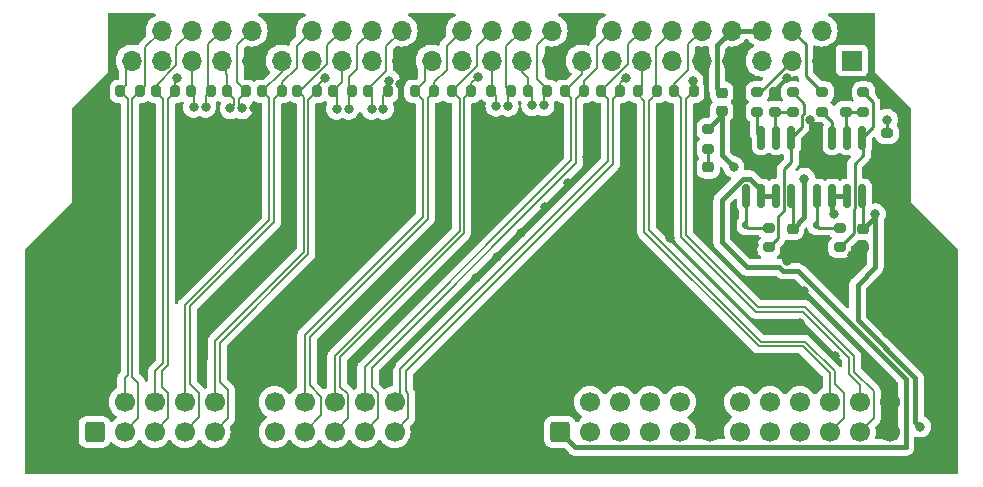
<source format=gtl>
G04 #@! TF.GenerationSoftware,KiCad,Pcbnew,7.0.1*
G04 #@! TF.CreationDate,2023-04-11T19:54:40+03:00*
G04 #@! TF.ProjectId,connector-pcb,636f6e6e-6563-4746-9f72-2d7063622e6b,rev?*
G04 #@! TF.SameCoordinates,Original*
G04 #@! TF.FileFunction,Copper,L1,Top*
G04 #@! TF.FilePolarity,Positive*
%FSLAX46Y46*%
G04 Gerber Fmt 4.6, Leading zero omitted, Abs format (unit mm)*
G04 Created by KiCad (PCBNEW 7.0.1) date 2023-04-11 19:54:40*
%MOMM*%
%LPD*%
G01*
G04 APERTURE LIST*
G04 Aperture macros list*
%AMRoundRect*
0 Rectangle with rounded corners*
0 $1 Rounding radius*
0 $2 $3 $4 $5 $6 $7 $8 $9 X,Y pos of 4 corners*
0 Add a 4 corners polygon primitive as box body*
4,1,4,$2,$3,$4,$5,$6,$7,$8,$9,$2,$3,0*
0 Add four circle primitives for the rounded corners*
1,1,$1+$1,$2,$3*
1,1,$1+$1,$4,$5*
1,1,$1+$1,$6,$7*
1,1,$1+$1,$8,$9*
0 Add four rect primitives between the rounded corners*
20,1,$1+$1,$2,$3,$4,$5,0*
20,1,$1+$1,$4,$5,$6,$7,0*
20,1,$1+$1,$6,$7,$8,$9,0*
20,1,$1+$1,$8,$9,$2,$3,0*%
G04 Aperture macros list end*
G04 #@! TA.AperFunction,SMDPad,CuDef*
%ADD10RoundRect,0.112500X-0.112500X0.187500X-0.112500X-0.187500X0.112500X-0.187500X0.112500X0.187500X0*%
G04 #@! TD*
G04 #@! TA.AperFunction,SMDPad,CuDef*
%ADD11RoundRect,0.200000X-0.200000X-0.275000X0.200000X-0.275000X0.200000X0.275000X-0.200000X0.275000X0*%
G04 #@! TD*
G04 #@! TA.AperFunction,SMDPad,CuDef*
%ADD12RoundRect,0.218750X0.256250X-0.218750X0.256250X0.218750X-0.256250X0.218750X-0.256250X-0.218750X0*%
G04 #@! TD*
G04 #@! TA.AperFunction,SMDPad,CuDef*
%ADD13RoundRect,0.218750X-0.256250X0.218750X-0.256250X-0.218750X0.256250X-0.218750X0.256250X0.218750X0*%
G04 #@! TD*
G04 #@! TA.AperFunction,SMDPad,CuDef*
%ADD14RoundRect,0.200000X0.275000X-0.200000X0.275000X0.200000X-0.275000X0.200000X-0.275000X-0.200000X0*%
G04 #@! TD*
G04 #@! TA.AperFunction,SMDPad,CuDef*
%ADD15RoundRect,0.200000X-0.275000X0.200000X-0.275000X-0.200000X0.275000X-0.200000X0.275000X0.200000X0*%
G04 #@! TD*
G04 #@! TA.AperFunction,SMDPad,CuDef*
%ADD16RoundRect,0.225000X-0.250000X0.225000X-0.250000X-0.225000X0.250000X-0.225000X0.250000X0.225000X0*%
G04 #@! TD*
G04 #@! TA.AperFunction,SMDPad,CuDef*
%ADD17RoundRect,0.200000X0.200000X0.275000X-0.200000X0.275000X-0.200000X-0.275000X0.200000X-0.275000X0*%
G04 #@! TD*
G04 #@! TA.AperFunction,ComponentPad*
%ADD18R,1.700000X1.700000*%
G04 #@! TD*
G04 #@! TA.AperFunction,ComponentPad*
%ADD19O,1.700000X1.700000*%
G04 #@! TD*
G04 #@! TA.AperFunction,ComponentPad*
%ADD20C,0.800000*%
G04 #@! TD*
G04 #@! TA.AperFunction,ComponentPad*
%ADD21C,6.400000*%
G04 #@! TD*
G04 #@! TA.AperFunction,ComponentPad*
%ADD22RoundRect,0.250000X0.600000X-0.600000X0.600000X0.600000X-0.600000X0.600000X-0.600000X-0.600000X0*%
G04 #@! TD*
G04 #@! TA.AperFunction,ComponentPad*
%ADD23C,1.700000*%
G04 #@! TD*
G04 #@! TA.AperFunction,SMDPad,CuDef*
%ADD24RoundRect,0.150000X-0.150000X0.825000X-0.150000X-0.825000X0.150000X-0.825000X0.150000X0.825000X0*%
G04 #@! TD*
G04 #@! TA.AperFunction,ViaPad*
%ADD25C,0.800000*%
G04 #@! TD*
G04 #@! TA.AperFunction,Conductor*
%ADD26C,0.250000*%
G04 #@! TD*
G04 #@! TA.AperFunction,Conductor*
%ADD27C,0.400000*%
G04 #@! TD*
G04 #@! TA.AperFunction,Conductor*
%ADD28C,0.200000*%
G04 #@! TD*
G04 APERTURE END LIST*
D10*
G04 #@! TO.P,D2,1,K*
G04 #@! TO.N,Net-(D2-K)*
X121000000Y-66950000D03*
G04 #@! TO.P,D2,2,A*
G04 #@! TO.N,GND*
X121000000Y-69050000D03*
G04 #@! TD*
D11*
G04 #@! TO.P,R13,1*
G04 #@! TO.N,/D5_N*
X80100000Y-55600000D03*
G04 #@! TO.P,R13,2*
G04 #@! TO.N,/D5_P*
X81750000Y-55600000D03*
G04 #@! TD*
D12*
G04 #@! TO.P,D3,1,K*
G04 #@! TO.N,GND*
X117850000Y-63625000D03*
G04 #@! TO.P,D3,2,A*
G04 #@! TO.N,Net-(D3-A)*
X117850000Y-62050000D03*
G04 #@! TD*
D13*
G04 #@! TO.P,F1,1*
G04 #@! TO.N,Net-(J1-+4Vin)*
X119000000Y-55712500D03*
G04 #@! TO.P,F1,2*
G04 #@! TO.N,+4V*
X119000000Y-57287500D03*
G04 #@! TD*
D14*
G04 #@! TO.P,R8,1*
G04 #@! TO.N,Net-(R7-Pad1)*
X123000000Y-68825000D03*
G04 #@! TO.P,R8,2*
G04 #@! TO.N,Net-(D2-K)*
X123000000Y-67175000D03*
G04 #@! TD*
D15*
G04 #@! TO.P,R10,1*
G04 #@! TO.N,+4V*
X117850000Y-58800000D03*
G04 #@! TO.P,R10,2*
G04 #@! TO.N,Net-(D3-A)*
X117850000Y-60450000D03*
G04 #@! TD*
D14*
G04 #@! TO.P,R6,1*
G04 #@! TO.N,Net-(U2A--)*
X123500000Y-57325000D03*
G04 #@! TO.P,R6,2*
G04 #@! TO.N,GND*
X123500000Y-55675000D03*
G04 #@! TD*
D11*
G04 #@! TO.P,R14,1*
G04 #@! TO.N,/D4_N*
X83075000Y-55600000D03*
G04 #@! TO.P,R14,2*
G04 #@! TO.N,/D4_P*
X84725000Y-55600000D03*
G04 #@! TD*
D16*
G04 #@! TO.P,C2,1*
G04 #@! TO.N,+4V*
X125000000Y-67225000D03*
G04 #@! TO.P,C2,2*
G04 #@! TO.N,GND*
X125000000Y-68775000D03*
G04 #@! TD*
D17*
G04 #@! TO.P,R23,1*
G04 #@! TO.N,/D11_N*
X101125000Y-55600000D03*
G04 #@! TO.P,R23,2*
G04 #@! TO.N,/D11_P*
X99475000Y-55600000D03*
G04 #@! TD*
D11*
G04 #@! TO.P,R26,1*
G04 #@! TO.N,/D8_N*
X114975000Y-55600000D03*
G04 #@! TO.P,R26,2*
G04 #@! TO.N,/D8_P*
X116625000Y-55600000D03*
G04 #@! TD*
D15*
G04 #@! TO.P,R5,1*
G04 #@! TO.N,/Vref_8_15*
X122000000Y-55675000D03*
G04 #@! TO.P,R5,2*
G04 #@! TO.N,Net-(U2A-+)*
X122000000Y-57325000D03*
G04 #@! TD*
D11*
G04 #@! TO.P,R16,1*
G04 #@! TO.N,/D2_N*
X96150000Y-55600000D03*
G04 #@! TO.P,R16,2*
G04 #@! TO.N,/D2_P*
X97800000Y-55600000D03*
G04 #@! TD*
D18*
G04 #@! TO.P,J1,1,ProbeDet*
G04 #@! TO.N,Net-(J1-ProbeDet)*
X130000000Y-53000000D03*
D19*
G04 #@! TO.P,J1,2,GND*
G04 #@! TO.N,GND*
X130000000Y-50460000D03*
G04 #@! TO.P,J1,3,GND*
X127460000Y-53000000D03*
G04 #@! TO.P,J1,4,-2.5Vin*
G04 #@! TO.N,unconnected-(J1--2.5Vin-Pad4)*
X127460000Y-50460000D03*
G04 #@! TO.P,J1,5,Vref_8-15*
G04 #@! TO.N,/Vref_8_15*
X124920000Y-53000000D03*
G04 #@! TO.P,J1,6,Vref_0-7*
G04 #@! TO.N,/Vref_0_7*
X124920000Y-50460000D03*
G04 #@! TO.P,J1,7,+2.5Vin*
G04 #@! TO.N,unconnected-(J1-+2.5Vin-Pad7)*
X122380000Y-53000000D03*
G04 #@! TO.P,J1,8,+4Vin*
G04 #@! TO.N,Net-(J1-+4Vin)*
X122380000Y-50460000D03*
G04 #@! TO.P,J1,9,GND*
G04 #@! TO.N,GND*
X119840000Y-53000000D03*
G04 #@! TO.P,J1,10,+4vin*
G04 #@! TO.N,Net-(J1-+4Vin)*
X119840000Y-50460000D03*
G04 #@! TO.P,J1,11,GND*
G04 #@! TO.N,GND*
X117300000Y-53000000D03*
G04 #@! TO.P,J1,12,D8_N*
G04 #@! TO.N,/D8_N*
X117300000Y-50460000D03*
G04 #@! TO.P,J1,13,D8_P*
G04 #@! TO.N,/D8_P*
X114760000Y-53000000D03*
G04 #@! TO.P,J1,14,D9_p*
G04 #@! TO.N,/D9_P*
X114760000Y-50460000D03*
G04 #@! TO.P,J1,15,D9_N*
G04 #@! TO.N,/D9_N*
X112220000Y-53000000D03*
G04 #@! TO.P,J1,16,D0_N*
G04 #@! TO.N,/D0_N*
X112220000Y-50460000D03*
G04 #@! TO.P,J1,17,D0_P*
G04 #@! TO.N,/D0_P*
X109680000Y-53000000D03*
G04 #@! TO.P,J1,18,D1_P*
G04 #@! TO.N,/D1_P*
X109680000Y-50460000D03*
G04 #@! TO.P,J1,19,D1_N*
G04 #@! TO.N,/D1_N*
X107140000Y-53000000D03*
G04 #@! TO.P,J1,20,GND*
G04 #@! TO.N,GND*
X107140000Y-50460000D03*
G04 #@! TO.P,J1,21,GND*
X104600000Y-53000000D03*
G04 #@! TO.P,J1,22,D10_N*
G04 #@! TO.N,/D10_N*
X104600000Y-50460000D03*
G04 #@! TO.P,J1,23,D10_P*
G04 #@! TO.N,/D10_P*
X102060000Y-53000000D03*
G04 #@! TO.P,J1,24,D11_N*
G04 #@! TO.N,/D11_N*
X102060000Y-50460000D03*
G04 #@! TO.P,J1,25,DI1_P*
G04 #@! TO.N,/D11_P*
X99520000Y-53000000D03*
G04 #@! TO.P,J1,26,D2_N*
G04 #@! TO.N,/D2_N*
X99520000Y-50460000D03*
G04 #@! TO.P,J1,27,D2_P*
G04 #@! TO.N,/D2_P*
X96980000Y-53000000D03*
G04 #@! TO.P,J1,28,D3_P*
G04 #@! TO.N,/D3_P*
X96980000Y-50460000D03*
G04 #@! TO.P,J1,29,D3_N*
G04 #@! TO.N,/D3_N*
X94440000Y-53000000D03*
G04 #@! TO.P,J1,30,GND*
G04 #@! TO.N,GND*
X94440000Y-50460000D03*
G04 #@! TO.P,J1,31,GND*
X91900000Y-53000000D03*
G04 #@! TO.P,J1,32,D12_N*
G04 #@! TO.N,/D12_N*
X91900000Y-50460000D03*
G04 #@! TO.P,J1,33,D12_P*
G04 #@! TO.N,/D12_P*
X89360000Y-53000000D03*
G04 #@! TO.P,J1,34,D13_P*
G04 #@! TO.N,/D13_P*
X89360000Y-50460000D03*
G04 #@! TO.P,J1,35,D13_N*
G04 #@! TO.N,/D13_N*
X86820000Y-53000000D03*
G04 #@! TO.P,J1,36,D4_N*
G04 #@! TO.N,/D4_N*
X86820000Y-50460000D03*
G04 #@! TO.P,J1,37,D4_P*
G04 #@! TO.N,/D4_P*
X84280000Y-53000000D03*
G04 #@! TO.P,J1,38,D5_P*
G04 #@! TO.N,/D5_P*
X84280000Y-50460000D03*
G04 #@! TO.P,J1,39,D5_N*
G04 #@! TO.N,/D5_N*
X81740000Y-53000000D03*
G04 #@! TO.P,J1,40,GND*
G04 #@! TO.N,GND*
X81740000Y-50460000D03*
G04 #@! TO.P,J1,41,GND*
X79200000Y-53000000D03*
G04 #@! TO.P,J1,42,D14_P*
G04 #@! TO.N,/D14_P*
X79200000Y-50460000D03*
G04 #@! TO.P,J1,43,D14_N*
G04 #@! TO.N,/D14_N*
X76660000Y-53000000D03*
G04 #@! TO.P,J1,44,D15_P*
G04 #@! TO.N,/D15_P*
X76660000Y-50460000D03*
G04 #@! TO.P,J1,45,D15_N*
G04 #@! TO.N,/D15_N*
X74120000Y-53000000D03*
G04 #@! TO.P,J1,46,D6_N*
G04 #@! TO.N,/D6_N*
X74120000Y-50460000D03*
G04 #@! TO.P,J1,47,D6_P*
G04 #@! TO.N,/D6_P*
X71580000Y-53000000D03*
G04 #@! TO.P,J1,48,D7_P*
G04 #@! TO.N,/D7_P*
X71580000Y-50460000D03*
G04 #@! TO.P,J1,49,D7_N*
G04 #@! TO.N,/D7_N*
X69040000Y-53000000D03*
G04 #@! TO.P,J1,50,GND*
G04 #@! TO.N,GND*
X69040000Y-50460000D03*
G04 #@! TD*
D11*
G04 #@! TO.P,R20,1*
G04 #@! TO.N,/D14_N*
X77075000Y-55600000D03*
G04 #@! TO.P,R20,2*
G04 #@! TO.N,/D14_P*
X78725000Y-55600000D03*
G04 #@! TD*
G04 #@! TO.P,R11,1*
G04 #@! TO.N,/D7_N*
X68075000Y-55600000D03*
G04 #@! TO.P,R11,2*
G04 #@! TO.N,/D7_P*
X69725000Y-55600000D03*
G04 #@! TD*
G04 #@! TO.P,R18,1*
G04 #@! TO.N,/D0_N*
X108775000Y-55600000D03*
G04 #@! TO.P,R18,2*
G04 #@! TO.N,/D0_P*
X110425000Y-55600000D03*
G04 #@! TD*
D14*
G04 #@! TO.P,R4,1*
G04 #@! TO.N,Net-(R2-Pad1)*
X129000000Y-68825000D03*
G04 #@! TO.P,R4,2*
G04 #@! TO.N,Net-(D1-K)*
X129000000Y-67175000D03*
G04 #@! TD*
D11*
G04 #@! TO.P,R25,1*
G04 #@! TO.N,/D9_N*
X111875000Y-55600000D03*
G04 #@! TO.P,R25,2*
G04 #@! TO.N,/D9_P*
X113525000Y-55600000D03*
G04 #@! TD*
D14*
G04 #@! TO.P,R1,1*
G04 #@! TO.N,Net-(U1A--)*
X129500000Y-57325000D03*
G04 #@! TO.P,R1,2*
G04 #@! TO.N,GND*
X129500000Y-55675000D03*
G04 #@! TD*
D11*
G04 #@! TO.P,R12,1*
G04 #@! TO.N,/D6_N*
X71075000Y-55600000D03*
G04 #@! TO.P,R12,2*
G04 #@! TO.N,/D6_P*
X72725000Y-55600000D03*
G04 #@! TD*
G04 #@! TO.P,R17,1*
G04 #@! TO.N,/D1_N*
X105700000Y-55600000D03*
G04 #@! TO.P,R17,2*
G04 #@! TO.N,/D1_P*
X107350000Y-55600000D03*
G04 #@! TD*
G04 #@! TO.P,R19,1*
G04 #@! TO.N,/D15_N*
X74075000Y-55600000D03*
G04 #@! TO.P,R19,2*
G04 #@! TO.N,/D15_P*
X75725000Y-55600000D03*
G04 #@! TD*
D20*
G04 #@! TO.P,H1,1,1*
G04 #@! TO.N,GND*
X61600000Y-74000000D03*
X62302944Y-72302944D03*
X62302944Y-75697056D03*
X64000000Y-71600000D03*
D21*
X64000000Y-74000000D03*
D20*
X64000000Y-76400000D03*
X65697056Y-72302944D03*
X65697056Y-75697056D03*
X66400000Y-74000000D03*
G04 #@! TD*
D15*
G04 #@! TO.P,R7,1*
G04 #@! TO.N,Net-(R7-Pad1)*
X125000000Y-55675000D03*
G04 #@! TO.P,R7,2*
G04 #@! TO.N,Net-(U2A--)*
X125000000Y-57325000D03*
G04 #@! TD*
D11*
G04 #@! TO.P,R15,1*
G04 #@! TO.N,/D3_N*
X93000000Y-55600000D03*
G04 #@! TO.P,R15,2*
G04 #@! TO.N,/D3_P*
X94650000Y-55600000D03*
G04 #@! TD*
G04 #@! TO.P,R21,1*
G04 #@! TO.N,/D13_N*
X86050000Y-55600000D03*
G04 #@! TO.P,R21,2*
G04 #@! TO.N,/D13_P*
X87700000Y-55600000D03*
G04 #@! TD*
D22*
G04 #@! TO.P,J3,1,Pin_1*
G04 #@! TO.N,/Vref_8_15_out*
X105300000Y-84440000D03*
D23*
G04 #@! TO.P,J3,2,Pin_2*
G04 #@! TO.N,GND*
X105300000Y-81900000D03*
G04 #@! TO.P,J3,3,Pin_3*
G04 #@! TO.N,/D15_P*
X107840000Y-84440000D03*
G04 #@! TO.P,J3,4,Pin_4*
G04 #@! TO.N,/D15_N*
X107840000Y-81900000D03*
G04 #@! TO.P,J3,5,Pin_5*
G04 #@! TO.N,/D14_P*
X110380000Y-84440000D03*
G04 #@! TO.P,J3,6,Pin_6*
G04 #@! TO.N,/D14_N*
X110380000Y-81900000D03*
G04 #@! TO.P,J3,7,Pin_7*
G04 #@! TO.N,/D13_P*
X112920000Y-84440000D03*
G04 #@! TO.P,J3,8,Pin_8*
G04 #@! TO.N,/D13_N*
X112920000Y-81900000D03*
G04 #@! TO.P,J3,9,Pin_9*
G04 #@! TO.N,/D12_P*
X115460000Y-84440000D03*
G04 #@! TO.P,J3,10,Pin_10*
G04 #@! TO.N,/D12_N*
X115460000Y-81900000D03*
G04 #@! TO.P,J3,11,Pin_11*
G04 #@! TO.N,GND*
X118000000Y-84440000D03*
G04 #@! TO.P,J3,12,Pin_12*
X118000000Y-81900000D03*
G04 #@! TO.P,J3,13,Pin_13*
G04 #@! TO.N,+4V*
X120540000Y-84440000D03*
G04 #@! TO.P,J3,14,Pin_14*
X120540000Y-81900000D03*
G04 #@! TO.P,J3,15,Pin_15*
G04 #@! TO.N,/D11_P*
X123080000Y-84440000D03*
G04 #@! TO.P,J3,16,Pin_16*
G04 #@! TO.N,/D11_N*
X123080000Y-81900000D03*
G04 #@! TO.P,J3,17,Pin_17*
G04 #@! TO.N,/D10_P*
X125620000Y-84440000D03*
G04 #@! TO.P,J3,18,Pin_18*
G04 #@! TO.N,/D10_N*
X125620000Y-81900000D03*
G04 #@! TO.P,J3,19,Pin_19*
G04 #@! TO.N,/D9_P*
X128160000Y-84440000D03*
G04 #@! TO.P,J3,20,Pin_20*
G04 #@! TO.N,/D9_N*
X128160000Y-81900000D03*
G04 #@! TO.P,J3,21,Pin_21*
G04 #@! TO.N,/D8_P*
X130700000Y-84440000D03*
G04 #@! TO.P,J3,22,Pin_22*
G04 #@! TO.N,/D8_N*
X130700000Y-81900000D03*
G04 #@! TO.P,J3,23,Pin_23*
G04 #@! TO.N,GND*
X133240000Y-84440000D03*
G04 #@! TO.P,J3,24,Pin_24*
X133240000Y-81900000D03*
G04 #@! TD*
D24*
G04 #@! TO.P,U1,1*
G04 #@! TO.N,Net-(R2-Pad1)*
X130905000Y-59525000D03*
G04 #@! TO.P,U1,2,-*
G04 #@! TO.N,Net-(U1A--)*
X129635000Y-59525000D03*
G04 #@! TO.P,U1,3,+*
G04 #@! TO.N,Net-(U1A-+)*
X128365000Y-59525000D03*
G04 #@! TO.P,U1,4,V-*
G04 #@! TO.N,GND*
X127095000Y-59525000D03*
G04 #@! TO.P,U1,5,+*
G04 #@! TO.N,Net-(D1-K)*
X127095000Y-64475000D03*
G04 #@! TO.P,U1,6,-*
G04 #@! TO.N,/Vref_0_7_out*
X128365000Y-64475000D03*
G04 #@! TO.P,U1,7*
X129635000Y-64475000D03*
G04 #@! TO.P,U1,8,V+*
G04 #@! TO.N,+4V*
X130905000Y-64475000D03*
G04 #@! TD*
D14*
G04 #@! TO.P,R9,1*
G04 #@! TO.N,GND*
X133000000Y-60825000D03*
G04 #@! TO.P,R9,2*
G04 #@! TO.N,Net-(J1-ProbeDet)*
X133000000Y-59175000D03*
G04 #@! TD*
D10*
G04 #@! TO.P,D1,1,K*
G04 #@! TO.N,Net-(D1-K)*
X127000000Y-66950000D03*
G04 #@! TO.P,D1,2,A*
G04 #@! TO.N,GND*
X127000000Y-69050000D03*
G04 #@! TD*
D24*
G04 #@! TO.P,U2,1*
G04 #@! TO.N,Net-(R7-Pad1)*
X124905000Y-59525000D03*
G04 #@! TO.P,U2,2,-*
G04 #@! TO.N,Net-(U2A--)*
X123635000Y-59525000D03*
G04 #@! TO.P,U2,3,+*
G04 #@! TO.N,Net-(U2A-+)*
X122365000Y-59525000D03*
G04 #@! TO.P,U2,4,V-*
G04 #@! TO.N,GND*
X121095000Y-59525000D03*
G04 #@! TO.P,U2,5,+*
G04 #@! TO.N,Net-(D2-K)*
X121095000Y-64475000D03*
G04 #@! TO.P,U2,6,-*
G04 #@! TO.N,/Vref_8_15_out*
X122365000Y-64475000D03*
G04 #@! TO.P,U2,7*
X123635000Y-64475000D03*
G04 #@! TO.P,U2,8,V+*
G04 #@! TO.N,+4V*
X124905000Y-64475000D03*
G04 #@! TD*
D20*
G04 #@! TO.P,H2,1,1*
G04 #@! TO.N,GND*
X132600000Y-74000000D03*
X133302944Y-72302944D03*
X133302944Y-75697056D03*
X135000000Y-71600000D03*
D21*
X135000000Y-74000000D03*
D20*
X135000000Y-76400000D03*
X136697056Y-72302944D03*
X136697056Y-75697056D03*
X137400000Y-74000000D03*
G04 #@! TD*
D11*
G04 #@! TO.P,R22,1*
G04 #@! TO.N,/D12_N*
X89075000Y-55600000D03*
G04 #@! TO.P,R22,2*
G04 #@! TO.N,/D12_P*
X90725000Y-55600000D03*
G04 #@! TD*
D15*
G04 #@! TO.P,R3,1*
G04 #@! TO.N,/Vref_0_7*
X127500000Y-55675000D03*
G04 #@! TO.P,R3,2*
G04 #@! TO.N,Net-(U1A-+)*
X127500000Y-57325000D03*
G04 #@! TD*
D22*
G04 #@! TO.P,J2,1,Pin_1*
G04 #@! TO.N,/Vref_0_7_out*
X65900000Y-84440000D03*
D23*
G04 #@! TO.P,J2,2,Pin_2*
G04 #@! TO.N,GND*
X65900000Y-81900000D03*
G04 #@! TO.P,J2,3,Pin_3*
G04 #@! TO.N,/D7_P*
X68440000Y-84440000D03*
G04 #@! TO.P,J2,4,Pin_4*
G04 #@! TO.N,/D7_N*
X68440000Y-81900000D03*
G04 #@! TO.P,J2,5,Pin_5*
G04 #@! TO.N,/D6_P*
X70980000Y-84440000D03*
G04 #@! TO.P,J2,6,Pin_6*
G04 #@! TO.N,/D6_N*
X70980000Y-81900000D03*
G04 #@! TO.P,J2,7,Pin_7*
G04 #@! TO.N,/D5_P*
X73520000Y-84440000D03*
G04 #@! TO.P,J2,8,Pin_8*
G04 #@! TO.N,/D5_N*
X73520000Y-81900000D03*
G04 #@! TO.P,J2,9,Pin_9*
G04 #@! TO.N,/D4_P*
X76060000Y-84440000D03*
G04 #@! TO.P,J2,10,Pin_10*
G04 #@! TO.N,/D4_N*
X76060000Y-81900000D03*
G04 #@! TO.P,J2,11,Pin_11*
G04 #@! TO.N,GND*
X78600000Y-84440000D03*
G04 #@! TO.P,J2,12,Pin_12*
X78600000Y-81900000D03*
G04 #@! TO.P,J2,13,Pin_13*
G04 #@! TO.N,+4V*
X81140000Y-84440000D03*
G04 #@! TO.P,J2,14,Pin_14*
X81140000Y-81900000D03*
G04 #@! TO.P,J2,15,Pin_15*
G04 #@! TO.N,/D3_P*
X83680000Y-84440000D03*
G04 #@! TO.P,J2,16,Pin_16*
G04 #@! TO.N,/D3_N*
X83680000Y-81900000D03*
G04 #@! TO.P,J2,17,Pin_17*
G04 #@! TO.N,/D2_P*
X86220000Y-84440000D03*
G04 #@! TO.P,J2,18,Pin_18*
G04 #@! TO.N,/D2_N*
X86220000Y-81900000D03*
G04 #@! TO.P,J2,19,Pin_19*
G04 #@! TO.N,/D1_P*
X88760000Y-84440000D03*
G04 #@! TO.P,J2,20,Pin_20*
G04 #@! TO.N,/D1_N*
X88760000Y-81900000D03*
G04 #@! TO.P,J2,21,Pin_21*
G04 #@! TO.N,/D0_P*
X91300000Y-84440000D03*
G04 #@! TO.P,J2,22,Pin_22*
G04 #@! TO.N,/D0_N*
X91300000Y-81900000D03*
G04 #@! TO.P,J2,23,Pin_23*
G04 #@! TO.N,GND*
X93840000Y-84440000D03*
G04 #@! TO.P,J2,24,Pin_24*
X93840000Y-81900000D03*
G04 #@! TD*
D17*
G04 #@! TO.P,R24,1*
G04 #@! TO.N,/D10_N*
X104225000Y-55600000D03*
G04 #@! TO.P,R24,2*
G04 #@! TO.N,/D10_P*
X102575000Y-55600000D03*
G04 #@! TD*
D16*
G04 #@! TO.P,C1,1*
G04 #@! TO.N,+4V*
X131000000Y-67225000D03*
G04 #@! TO.P,C1,2*
G04 #@! TO.N,GND*
X131000000Y-68775000D03*
G04 #@! TD*
D15*
G04 #@! TO.P,R2,1*
G04 #@! TO.N,Net-(R2-Pad1)*
X131000000Y-55675000D03*
G04 #@! TO.P,R2,2*
G04 #@! TO.N,Net-(U1A--)*
X131000000Y-57325000D03*
G04 #@! TD*
D25*
G04 #@! TO.N,+4V*
X126000000Y-63000000D03*
X120000000Y-62000000D03*
X135800000Y-84000000D03*
X132000000Y-66000000D03*
G04 #@! TO.N,GND*
X98400000Y-64800000D03*
X109200000Y-79000000D03*
X112600000Y-70000000D03*
X117400000Y-79200000D03*
X73600000Y-58200000D03*
X78000000Y-62000000D03*
X88400000Y-58800000D03*
X137500000Y-69300000D03*
X121700000Y-68650000D03*
X106200000Y-79600000D03*
X117800000Y-67800000D03*
X121600000Y-79200000D03*
X124200000Y-79200000D03*
X92200000Y-57200000D03*
X120500000Y-58000000D03*
X95400000Y-64600000D03*
X108000000Y-65400000D03*
X130000000Y-69500000D03*
X114200000Y-57200000D03*
X88000000Y-78200000D03*
X117500000Y-75500000D03*
X120600000Y-55000000D03*
X98000000Y-68000000D03*
X90800000Y-61600000D03*
X126800000Y-79800000D03*
X85200000Y-77600000D03*
X100000000Y-69600000D03*
X79400000Y-57000000D03*
X105200000Y-59000000D03*
X91000000Y-78800000D03*
X111000000Y-57000000D03*
X89600000Y-60400000D03*
X124500000Y-70000000D03*
X98200000Y-59800000D03*
X108200000Y-57000000D03*
X126000000Y-72500000D03*
X137700000Y-77900000D03*
X82400000Y-58200000D03*
X100200000Y-65600000D03*
X102000000Y-67600000D03*
X134200000Y-60900000D03*
X126000000Y-70000000D03*
X101800000Y-71400000D03*
X132500000Y-79500000D03*
X85400000Y-58800000D03*
X85000000Y-71600000D03*
X103200000Y-60800000D03*
X123100000Y-61500000D03*
X98200000Y-71400000D03*
X87600000Y-67800000D03*
X104000000Y-65400000D03*
X98800000Y-62200000D03*
X92400000Y-59000000D03*
X80000000Y-77600000D03*
X66000000Y-58400000D03*
X100200000Y-74000000D03*
X91800000Y-55000000D03*
X63800000Y-68200000D03*
X114400000Y-64000000D03*
X106000000Y-63400000D03*
X102200000Y-63600000D03*
X82400000Y-66600000D03*
X73800000Y-71000000D03*
X128600000Y-78000000D03*
X95200000Y-79000000D03*
X111200000Y-61000000D03*
X104000000Y-69400000D03*
X91000000Y-71400000D03*
X132500000Y-61500000D03*
X91400000Y-64600000D03*
X126500000Y-58000000D03*
X110000000Y-63600000D03*
X107600000Y-61200000D03*
X119000000Y-63000000D03*
X132500000Y-55900000D03*
X134300000Y-65600000D03*
X114400000Y-77400000D03*
X124500000Y-54500000D03*
X109000000Y-70400000D03*
X98600000Y-57200000D03*
X94200000Y-68000000D03*
X62500000Y-85000000D03*
X70400000Y-57600000D03*
X114600000Y-68000000D03*
X70400000Y-76800000D03*
X111600000Y-77200000D03*
X125600000Y-75200000D03*
X128900000Y-61600000D03*
X95400000Y-57600000D03*
X119500000Y-80500000D03*
X95400000Y-62200000D03*
X87600000Y-64000000D03*
X75600000Y-74800000D03*
X95000000Y-71200000D03*
X62500000Y-80500000D03*
X122200000Y-71800000D03*
X106200000Y-67400000D03*
X95400000Y-59800000D03*
G04 #@! TO.N,Net-(J1-ProbeDet)*
X133000000Y-58000000D03*
G04 #@! TO.N,/D8_P*
X116550000Y-54700000D03*
G04 #@! TO.N,/D0_P*
X110907122Y-54457122D03*
G04 #@! TO.N,/D10_N*
X103934437Y-56803028D03*
G04 #@! TO.N,/D10_P*
X102934437Y-56803028D03*
G04 #@! TO.N,/D11_N*
X100900000Y-56850000D03*
G04 #@! TO.N,/D11_P*
X99900000Y-56850000D03*
G04 #@! TO.N,/D2_P*
X98344622Y-54394622D03*
G04 #@! TO.N,/D12_N*
X89350000Y-57100000D03*
G04 #@! TO.N,/D12_P*
X90350000Y-57100000D03*
X90846891Y-54699018D03*
G04 #@! TO.N,/D13_P*
X87400000Y-57100000D03*
G04 #@! TO.N,/D13_N*
X86400000Y-57100000D03*
G04 #@! TO.N,/D4_P*
X85447795Y-54447795D03*
G04 #@! TO.N,/D14_P*
X78400000Y-57050000D03*
G04 #@! TO.N,/D14_N*
X77400000Y-57050000D03*
G04 #@! TO.N,/D15_N*
X74300000Y-56950000D03*
G04 #@! TO.N,/D6_P*
X72900000Y-54500000D03*
G04 #@! TO.N,/Vref_0_7_out*
X128500000Y-66000000D03*
G04 #@! TO.N,/D15_P*
X75300000Y-56950000D03*
G04 #@! TD*
D26*
G04 #@! TO.N,+4V*
X131000000Y-64570000D02*
X130905000Y-64475000D01*
D27*
X126000000Y-66225000D02*
X125000000Y-67225000D01*
X119000000Y-57650000D02*
X117850000Y-58800000D01*
X135400000Y-83600000D02*
X135400000Y-79900000D01*
D26*
X125000000Y-67225000D02*
X125000000Y-64570000D01*
D27*
X132000000Y-70500000D02*
X132000000Y-66000000D01*
X130500000Y-75000000D02*
X130500000Y-72000000D01*
D26*
X125000000Y-64570000D02*
X124905000Y-64475000D01*
X131000000Y-67225000D02*
X131000000Y-64570000D01*
D27*
X132000000Y-66000000D02*
X132000000Y-66225000D01*
X126000000Y-63000000D02*
X126000000Y-66225000D01*
X119000000Y-57287500D02*
X119000000Y-57650000D01*
X130500000Y-72000000D02*
X132000000Y-70500000D01*
X119000000Y-57287500D02*
X119000000Y-61000000D01*
X132000000Y-66225000D02*
X131000000Y-67225000D01*
X135400000Y-79900000D02*
X130500000Y-75000000D01*
X135800000Y-84000000D02*
X135400000Y-83600000D01*
X119000000Y-61000000D02*
X120000000Y-62000000D01*
D26*
G04 #@! TO.N,GND*
X125000000Y-68775000D02*
X125000000Y-69500000D01*
X127095000Y-59525000D02*
X127095000Y-58595000D01*
X133000000Y-60825000D02*
X133000000Y-61000000D01*
D27*
X94440000Y-50460000D02*
X91900000Y-53000000D01*
D26*
X121700000Y-68650000D02*
X121300000Y-69050000D01*
X121300000Y-69050000D02*
X121000000Y-69050000D01*
D27*
X91900000Y-53000000D02*
X91900000Y-54900000D01*
D26*
X127000000Y-69050000D02*
X126950000Y-69050000D01*
X118375000Y-63625000D02*
X119000000Y-63000000D01*
D27*
X118000000Y-84800000D02*
X118260000Y-84540000D01*
D26*
X123500000Y-55500000D02*
X124500000Y-54500000D01*
D27*
X81740000Y-50460000D02*
X79200000Y-53000000D01*
X91900000Y-54900000D02*
X91800000Y-55000000D01*
D26*
X129500000Y-55040000D02*
X127460000Y-53000000D01*
X126950000Y-69050000D02*
X126000000Y-70000000D01*
X131000000Y-68775000D02*
X130725000Y-68775000D01*
D27*
X107140000Y-50460000D02*
X104600000Y-53000000D01*
D26*
X78600000Y-84440000D02*
X78600000Y-81900000D01*
X133000000Y-61000000D02*
X132500000Y-61500000D01*
X127095000Y-58595000D02*
X126500000Y-58000000D01*
X123500000Y-55675000D02*
X123500000Y-55500000D01*
X93840000Y-84440000D02*
X93840000Y-81900000D01*
X117850000Y-63625000D02*
X118375000Y-63625000D01*
X121095000Y-58595000D02*
X120500000Y-58000000D01*
X125000000Y-69500000D02*
X124500000Y-70000000D01*
X121095000Y-59525000D02*
X121095000Y-58595000D01*
X129500000Y-55675000D02*
X129500000Y-55040000D01*
X130725000Y-68775000D02*
X130000000Y-69500000D01*
G04 #@! TO.N,Net-(D1-K)*
X127095000Y-66855000D02*
X127000000Y-66950000D01*
X127095000Y-64475000D02*
X127095000Y-66855000D01*
X127225000Y-67175000D02*
X127000000Y-66950000D01*
X129000000Y-67175000D02*
X127225000Y-67175000D01*
G04 #@! TO.N,Net-(D2-K)*
X121095000Y-66855000D02*
X121000000Y-66950000D01*
X123000000Y-67175000D02*
X121225000Y-67175000D01*
X121095000Y-64475000D02*
X121095000Y-66855000D01*
X121225000Y-67175000D02*
X121000000Y-66950000D01*
G04 #@! TO.N,Net-(D3-A)*
X117850000Y-60450000D02*
X117850000Y-62050000D01*
D27*
G04 #@! TO.N,Net-(J1-+4Vin)*
X122380000Y-50460000D02*
X119840000Y-50460000D01*
X118590000Y-51710000D02*
X118590000Y-55302500D01*
X118590000Y-55302500D02*
X119000000Y-55712500D01*
X119840000Y-50460000D02*
X118590000Y-51710000D01*
D26*
G04 #@! TO.N,Net-(J1-ProbeDet)*
X133000000Y-58000000D02*
X133000000Y-59175000D01*
G04 #@! TO.N,/Vref_8_15*
X122000000Y-55675000D02*
X122245000Y-55675000D01*
X122245000Y-55675000D02*
X124920000Y-53000000D01*
G04 #@! TO.N,/Vref_0_7*
X126095000Y-54270000D02*
X126095000Y-51635000D01*
X126095000Y-51635000D02*
X124920000Y-50460000D01*
X127500000Y-55675000D02*
X126095000Y-54270000D01*
D28*
G04 #@! TO.N,/D8_N*
X129800000Y-79550000D02*
X129800000Y-78182844D01*
X121867156Y-74250000D02*
X115550000Y-67932844D01*
X115550000Y-67932844D02*
X115550000Y-56175000D01*
X114975000Y-54975000D02*
X116150000Y-53800000D01*
X125867156Y-74250000D02*
X121867156Y-74250000D01*
X130700000Y-80450000D02*
X129800000Y-79550000D01*
X114975000Y-55600000D02*
X114975000Y-54975000D01*
X130700000Y-81900000D02*
X130700000Y-80450000D01*
X116150000Y-51610000D02*
X117300000Y-50460000D01*
X115550000Y-56175000D02*
X114975000Y-55600000D01*
X129800000Y-78182844D02*
X125867156Y-74250000D01*
X116150000Y-53800000D02*
X116150000Y-51610000D01*
G04 #@! TO.N,/D8_P*
X130700000Y-84440000D02*
X131850000Y-83290000D01*
X130200000Y-78017156D02*
X126032844Y-73850000D01*
X116625000Y-54775000D02*
X116550000Y-54700000D01*
X115950000Y-56275000D02*
X116625000Y-55600000D01*
X122032844Y-73850000D02*
X115950000Y-67767156D01*
X126032844Y-73850000D02*
X122032844Y-73850000D01*
X131850000Y-83290000D02*
X131850000Y-81000000D01*
X116625000Y-55600000D02*
X116625000Y-54775000D01*
X115950000Y-67767156D02*
X115950000Y-56275000D01*
X130200000Y-79350000D02*
X130200000Y-78017156D01*
X131850000Y-81000000D02*
X130200000Y-79350000D01*
G04 #@! TO.N,/D9_P*
X126032844Y-76800000D02*
X122282844Y-76800000D01*
X113400000Y-55475000D02*
X113400000Y-51820000D01*
X128160000Y-84440000D02*
X129310000Y-83290000D01*
X129310000Y-83290000D02*
X129310000Y-81160000D01*
X112800000Y-67317156D02*
X112800000Y-56400000D01*
X112800000Y-56400000D02*
X113525000Y-55675000D01*
X122282844Y-76800000D02*
X112800000Y-67317156D01*
X113525000Y-55600000D02*
X113400000Y-55475000D01*
X128560000Y-79327156D02*
X126032844Y-76800000D01*
X113400000Y-51820000D02*
X114760000Y-50460000D01*
X128560000Y-80410000D02*
X128560000Y-79327156D01*
X129310000Y-81160000D02*
X128560000Y-80410000D01*
X113525000Y-55675000D02*
X113525000Y-55600000D01*
G04 #@! TO.N,/D9_N*
X122117156Y-77200000D02*
X112400000Y-67482844D01*
X128160000Y-79560000D02*
X128150000Y-79550000D01*
X128150000Y-79550000D02*
X128150000Y-79482844D01*
X112400000Y-67482844D02*
X112400000Y-56400000D01*
X128160000Y-81900000D02*
X128160000Y-79560000D01*
X125867156Y-77200000D02*
X122117156Y-77200000D01*
X128150000Y-79482844D02*
X125867156Y-77200000D01*
X112400000Y-56400000D02*
X111875000Y-55875000D01*
X111875000Y-55875000D02*
X111875000Y-55600000D01*
X111875000Y-55600000D02*
X112220000Y-55255000D01*
X112220000Y-55255000D02*
X112220000Y-53000000D01*
G04 #@! TO.N,/D0_N*
X109400000Y-61500000D02*
X109400000Y-56225000D01*
X91300000Y-81900000D02*
X91800000Y-81400000D01*
X91800000Y-81400000D02*
X91800000Y-79100000D01*
X91800000Y-79100000D02*
X109400000Y-61500000D01*
X108775000Y-55600000D02*
X111070000Y-53305000D01*
X111070000Y-53305000D02*
X111070000Y-51610000D01*
X109400000Y-56225000D02*
X108775000Y-55600000D01*
X111070000Y-51610000D02*
X112220000Y-50460000D01*
G04 #@! TO.N,/D0_P*
X91300000Y-84440000D02*
X92450000Y-83290000D01*
X92450000Y-83290000D02*
X92450000Y-81200000D01*
X92450000Y-81200000D02*
X92250000Y-81000000D01*
X109800000Y-61750000D02*
X109800000Y-56225000D01*
X109800000Y-56225000D02*
X110425000Y-55600000D01*
X92250000Y-79300000D02*
X109800000Y-61750000D01*
X110425000Y-54939244D02*
X110907122Y-54457122D01*
X110425000Y-55600000D02*
X110425000Y-54939244D01*
X92250000Y-81000000D02*
X92250000Y-79300000D01*
G04 #@! TO.N,/D1_P*
X107350000Y-54700000D02*
X108400000Y-53650000D01*
X89350000Y-80600000D02*
X89350000Y-79000000D01*
X89910000Y-83290000D02*
X89910000Y-81160000D01*
X106680945Y-56269055D02*
X107350000Y-55600000D01*
X106650000Y-61700000D02*
X106650000Y-56269055D01*
X107350000Y-55600000D02*
X107350000Y-54700000D01*
X108400000Y-51740000D02*
X109680000Y-50460000D01*
X89910000Y-81160000D02*
X89350000Y-80600000D01*
X89350000Y-79000000D02*
X106650000Y-61700000D01*
X88760000Y-84440000D02*
X89910000Y-83290000D01*
X108400000Y-53650000D02*
X108400000Y-51740000D01*
X106650000Y-56269055D02*
X106680945Y-56269055D01*
G04 #@! TO.N,/D1_N*
X106250000Y-61460000D02*
X106250000Y-56150000D01*
X88760000Y-81900000D02*
X88760000Y-78950000D01*
X106250000Y-56150000D02*
X105700000Y-55600000D01*
X88760000Y-78950000D02*
X106250000Y-61460000D01*
X107140000Y-54160000D02*
X107140000Y-53000000D01*
X105700000Y-55600000D02*
X107140000Y-54160000D01*
G04 #@! TO.N,/D10_N*
X103400000Y-54550000D02*
X103400000Y-51660000D01*
X103934437Y-55890563D02*
X104225000Y-55600000D01*
X104225000Y-55375000D02*
X103400000Y-54550000D01*
X103400000Y-51660000D02*
X104600000Y-50460000D01*
X104225000Y-55600000D02*
X104225000Y-55375000D01*
X103934437Y-56803028D02*
X103934437Y-55890563D01*
G04 #@! TO.N,/D10_P*
X102934437Y-56803028D02*
X102934437Y-55959437D01*
X102934437Y-55959437D02*
X102575000Y-55600000D01*
X102575000Y-54475000D02*
X102060000Y-53960000D01*
X102575000Y-55600000D02*
X102575000Y-54475000D01*
X102060000Y-53960000D02*
X102060000Y-53000000D01*
G04 #@! TO.N,/D11_N*
X101100000Y-55600000D02*
X100750000Y-55250000D01*
X100750000Y-51770000D02*
X102060000Y-50460000D01*
X100750000Y-55250000D02*
X100750000Y-51770000D01*
X101125000Y-55600000D02*
X101100000Y-55600000D01*
X100900000Y-55825000D02*
X101125000Y-55600000D01*
X100900000Y-56850000D02*
X100900000Y-55825000D01*
G04 #@! TO.N,/D11_P*
X99475000Y-55600000D02*
X99520000Y-55555000D01*
X99900000Y-56850000D02*
X99900000Y-56025000D01*
X99900000Y-56025000D02*
X99475000Y-55600000D01*
X99520000Y-55555000D02*
X99520000Y-53000000D01*
G04 #@! TO.N,/D2_N*
X86220000Y-77997156D02*
X96800000Y-67417156D01*
X96800000Y-56250000D02*
X96150000Y-55600000D01*
X86220000Y-81900000D02*
X86220000Y-77997156D01*
X96800000Y-67417156D02*
X96800000Y-56250000D01*
X98250000Y-53500000D02*
X98250000Y-51730000D01*
X98250000Y-51730000D02*
X99520000Y-50460000D01*
X96150000Y-55600000D02*
X98250000Y-53500000D01*
G04 #@! TO.N,/D2_P*
X86220000Y-84440000D02*
X87370000Y-83290000D01*
X87370000Y-81270000D02*
X86700000Y-80600000D01*
X97200000Y-56200000D02*
X97800000Y-55600000D01*
X87370000Y-83290000D02*
X87370000Y-81270000D01*
X86700000Y-80600000D02*
X86700000Y-78082844D01*
X97200000Y-67582844D02*
X97200000Y-56200000D01*
X86700000Y-78082844D02*
X97200000Y-67582844D01*
X97800000Y-54939244D02*
X98344622Y-54394622D01*
X97800000Y-55600000D02*
X97800000Y-54939244D01*
G04 #@! TO.N,/D3_P*
X95700000Y-51740000D02*
X96980000Y-50460000D01*
X84100000Y-76382844D02*
X94100000Y-66382844D01*
X95700000Y-53800000D02*
X95700000Y-51740000D01*
X85070000Y-83050000D02*
X85070000Y-81470000D01*
X83680000Y-84440000D02*
X85070000Y-83050000D01*
X94650000Y-55600000D02*
X94650000Y-54850000D01*
X94100000Y-56150000D02*
X94650000Y-55600000D01*
X85070000Y-81470000D02*
X84100000Y-80500000D01*
X94650000Y-54850000D02*
X95700000Y-53800000D01*
X94100000Y-66382844D02*
X94100000Y-56150000D01*
X84100000Y-80500000D02*
X84100000Y-76382844D01*
G04 #@! TO.N,/D3_N*
X93900000Y-53540000D02*
X94440000Y-53000000D01*
X83680000Y-81900000D02*
X83680000Y-76237156D01*
X93900000Y-54700000D02*
X93900000Y-53540000D01*
X93000000Y-55600000D02*
X93900000Y-54700000D01*
X93700000Y-56300000D02*
X93000000Y-55600000D01*
X83680000Y-76237156D02*
X93700000Y-66217156D01*
X93700000Y-66217156D02*
X93700000Y-56300000D01*
G04 #@! TO.N,/D12_N*
X90600000Y-51760000D02*
X91900000Y-50460000D01*
X89350000Y-55875000D02*
X89075000Y-55600000D01*
X90600000Y-53850000D02*
X90600000Y-51760000D01*
X89350000Y-57100000D02*
X89350000Y-55875000D01*
X89075000Y-55375000D02*
X90600000Y-53850000D01*
X89075000Y-55600000D02*
X89075000Y-55375000D01*
G04 #@! TO.N,/D12_P*
X90350000Y-55975000D02*
X90725000Y-55600000D01*
X90350000Y-57100000D02*
X90350000Y-55975000D01*
X90725000Y-55600000D02*
X90725000Y-54820909D01*
X90725000Y-54820909D02*
X90846891Y-54699018D01*
G04 #@! TO.N,/D13_P*
X87400000Y-57100000D02*
X87400000Y-55900000D01*
X87450000Y-54400000D02*
X88150000Y-53700000D01*
X87450000Y-55350000D02*
X87450000Y-54400000D01*
X87400000Y-55900000D02*
X87700000Y-55600000D01*
X88150000Y-53700000D02*
X88150000Y-51670000D01*
X88150000Y-51670000D02*
X89360000Y-50460000D01*
X87700000Y-55600000D02*
X87450000Y-55350000D01*
G04 #@! TO.N,/D13_N*
X86400000Y-57100000D02*
X86400000Y-55950000D01*
X86820000Y-54830000D02*
X86820000Y-53000000D01*
X86050000Y-55600000D02*
X86820000Y-54830000D01*
X86400000Y-55950000D02*
X86050000Y-55600000D01*
G04 #@! TO.N,/D4_N*
X83600000Y-56125000D02*
X83075000Y-55600000D01*
X76100000Y-76717156D02*
X83600000Y-69217156D01*
X83075000Y-55600000D02*
X83306346Y-55600000D01*
X83306346Y-55600000D02*
X85600000Y-53306346D01*
X83600000Y-69217156D02*
X83600000Y-56125000D01*
X76060000Y-81900000D02*
X76060000Y-78440000D01*
X76100000Y-78400000D02*
X76100000Y-76717156D01*
X85600000Y-51680000D02*
X86820000Y-50460000D01*
X76060000Y-78440000D02*
X76100000Y-78400000D01*
X85600000Y-53306346D02*
X85600000Y-51680000D01*
G04 #@! TO.N,/D4_P*
X76060000Y-84440000D02*
X77210000Y-83290000D01*
X84000000Y-69382844D02*
X84000000Y-56325000D01*
X76500000Y-76882844D02*
X84000000Y-69382844D01*
X76500000Y-80200000D02*
X76500000Y-76882844D01*
X84725000Y-55170590D02*
X85447795Y-54447795D01*
X77210000Y-80910000D02*
X76500000Y-80200000D01*
X77210000Y-83290000D02*
X77210000Y-80910000D01*
X84725000Y-55600000D02*
X84725000Y-55170590D01*
X84000000Y-56325000D02*
X84725000Y-55600000D01*
G04 #@! TO.N,/D5_P*
X81750000Y-54850000D02*
X83000000Y-53600000D01*
X81100000Y-66682844D02*
X81100000Y-56250000D01*
X73520000Y-84440000D02*
X74775000Y-83185000D01*
X74775000Y-83185000D02*
X74775000Y-81175000D01*
X74775000Y-81175000D02*
X74000000Y-80400000D01*
X74000000Y-73782844D02*
X81100000Y-66682844D01*
X81100000Y-56250000D02*
X81750000Y-55600000D01*
X74000000Y-80400000D02*
X74000000Y-73782844D01*
X81750000Y-55600000D02*
X81750000Y-54850000D01*
X83000000Y-53600000D02*
X83000000Y-51740000D01*
X83000000Y-51740000D02*
X84280000Y-50460000D01*
G04 #@! TO.N,/D5_N*
X80700000Y-56200000D02*
X80100000Y-55600000D01*
X80700000Y-66517156D02*
X80700000Y-56200000D01*
X73520000Y-81900000D02*
X73520000Y-73697156D01*
X81740000Y-53960000D02*
X81740000Y-53000000D01*
X80100000Y-55600000D02*
X81740000Y-53960000D01*
X73520000Y-73697156D02*
X80700000Y-66517156D01*
G04 #@! TO.N,/D14_P*
X78400000Y-57050000D02*
X78100000Y-56750000D01*
X78700000Y-55600000D02*
X77950000Y-54850000D01*
X77950000Y-54850000D02*
X77950000Y-51710000D01*
X78100000Y-56750000D02*
X78100000Y-56225000D01*
X77950000Y-51710000D02*
X79200000Y-50460000D01*
X78100000Y-56225000D02*
X78725000Y-55600000D01*
X78725000Y-55600000D02*
X78700000Y-55600000D01*
G04 #@! TO.N,/D14_N*
X77700000Y-56225000D02*
X77075000Y-55600000D01*
X77075000Y-54175000D02*
X77050000Y-54150000D01*
X77050000Y-54150000D02*
X77050000Y-53390000D01*
X77400000Y-57050000D02*
X77700000Y-56750000D01*
X77075000Y-55600000D02*
X77075000Y-54175000D01*
X77050000Y-53390000D02*
X76660000Y-53000000D01*
X77700000Y-56750000D02*
X77700000Y-56225000D01*
G04 #@! TO.N,/D15_N*
X74300000Y-56950000D02*
X74300000Y-55825000D01*
X74120000Y-55555000D02*
X74120000Y-53000000D01*
X74300000Y-55825000D02*
X74075000Y-55600000D01*
X74075000Y-55600000D02*
X74120000Y-55555000D01*
G04 #@! TO.N,/D6_N*
X71075000Y-55131346D02*
X72800000Y-53406346D01*
X71700000Y-56225000D02*
X71075000Y-55600000D01*
X71075000Y-55600000D02*
X71075000Y-55131346D01*
X71000000Y-79317156D02*
X71700000Y-78617156D01*
X70980000Y-81900000D02*
X70980000Y-80520000D01*
X71000000Y-80500000D02*
X71000000Y-79317156D01*
X72800000Y-53406346D02*
X72800000Y-51780000D01*
X71700000Y-78617156D02*
X71700000Y-56225000D01*
X72800000Y-51780000D02*
X74120000Y-50460000D01*
X70980000Y-80520000D02*
X71000000Y-80500000D01*
G04 #@! TO.N,/D6_P*
X72100000Y-78782844D02*
X72100000Y-56225000D01*
X72100000Y-56225000D02*
X72725000Y-55600000D01*
X72130000Y-81130000D02*
X71600000Y-80600000D01*
X71600000Y-79282844D02*
X72100000Y-78782844D01*
X70980000Y-84440000D02*
X72130000Y-83290000D01*
X72725000Y-55600000D02*
X72725000Y-54675000D01*
X72725000Y-54675000D02*
X72900000Y-54500000D01*
X72130000Y-83290000D02*
X72130000Y-81130000D01*
X71600000Y-80600000D02*
X71600000Y-79282844D01*
G04 #@! TO.N,/D7_P*
X68440000Y-84440000D02*
X69590000Y-83290000D01*
X70190000Y-55135000D02*
X70190000Y-51850000D01*
X70190000Y-51850000D02*
X71580000Y-50460000D01*
X69590000Y-83290000D02*
X69590000Y-80290000D01*
X69100000Y-79800000D02*
X69100000Y-56225000D01*
X69590000Y-80290000D02*
X69100000Y-79800000D01*
X69725000Y-55600000D02*
X70190000Y-55135000D01*
X69100000Y-56225000D02*
X69725000Y-55600000D01*
G04 #@! TO.N,/D7_N*
X68600000Y-55075000D02*
X68600000Y-53440000D01*
X68600000Y-53440000D02*
X69040000Y-53000000D01*
X68700000Y-56225000D02*
X68075000Y-55600000D01*
X68075000Y-55600000D02*
X68600000Y-55075000D01*
X68700000Y-79600000D02*
X68700000Y-56225000D01*
X68440000Y-79860000D02*
X68700000Y-79600000D01*
X68440000Y-81900000D02*
X68440000Y-79860000D01*
D27*
G04 #@! TO.N,/Vref_0_7_out*
X129635000Y-64475000D02*
X128365000Y-64475000D01*
X128365000Y-64475000D02*
X128365000Y-65865000D01*
X128365000Y-65865000D02*
X128500000Y-66000000D01*
G04 #@! TO.N,/Vref_8_15_out*
X106610000Y-85750000D02*
X105300000Y-84440000D01*
X122365000Y-64475000D02*
X122365000Y-63992183D01*
X134600000Y-85750000D02*
X106610000Y-85750000D01*
X125451472Y-70800000D02*
X134600000Y-79948528D01*
X121100000Y-70500000D02*
X123868629Y-70500000D01*
X119000000Y-68400000D02*
X121100000Y-70500000D01*
X122365000Y-63992183D02*
X121372817Y-63000000D01*
X123868629Y-70500000D02*
X124168629Y-70800000D01*
X123635000Y-64475000D02*
X122365000Y-64475000D01*
X134600000Y-79948528D02*
X134600000Y-85750000D01*
X120817183Y-63000000D02*
X119000000Y-64817183D01*
X119000000Y-64817183D02*
X119000000Y-68400000D01*
X121372817Y-63000000D02*
X120817183Y-63000000D01*
X124168629Y-70800000D02*
X125451472Y-70800000D01*
D28*
G04 #@! TO.N,/D15_P*
X75510000Y-55385000D02*
X75510000Y-51610000D01*
X75300000Y-56950000D02*
X75300000Y-56025000D01*
X75300000Y-56025000D02*
X75725000Y-55600000D01*
X75725000Y-55600000D02*
X75510000Y-55385000D01*
X75510000Y-51610000D02*
X76660000Y-50460000D01*
D26*
G04 #@! TO.N,Net-(U1A--)*
X129500000Y-57325000D02*
X129500000Y-59390000D01*
X129500000Y-59390000D02*
X129635000Y-59525000D01*
X131000000Y-57325000D02*
X129500000Y-57325000D01*
G04 #@! TO.N,Net-(R2-Pad1)*
X131000000Y-61000000D02*
X131000000Y-59620000D01*
X129000000Y-68825000D02*
X130200000Y-67625000D01*
X131000000Y-55675000D02*
X131800000Y-56475000D01*
X130200000Y-67625000D02*
X130200000Y-65576751D01*
X130260000Y-61740000D02*
X131000000Y-61000000D01*
X130200000Y-65576751D02*
X130260000Y-65516751D01*
X131800000Y-58630000D02*
X130905000Y-59525000D01*
X131800000Y-56475000D02*
X131800000Y-58630000D01*
X131000000Y-59620000D02*
X130905000Y-59525000D01*
X130260000Y-65516751D02*
X130260000Y-61740000D01*
G04 #@! TO.N,Net-(U1A-+)*
X128365000Y-58190000D02*
X128365000Y-59525000D01*
X127500000Y-57325000D02*
X128365000Y-58190000D01*
G04 #@! TO.N,Net-(U2A-+)*
X122000000Y-57325000D02*
X122000000Y-59160000D01*
X122000000Y-59160000D02*
X122365000Y-59525000D01*
G04 #@! TO.N,Net-(U2A--)*
X123500000Y-59390000D02*
X123635000Y-59525000D01*
X123500000Y-57325000D02*
X123500000Y-59390000D01*
X125000000Y-57325000D02*
X123500000Y-57325000D01*
G04 #@! TO.N,Net-(R7-Pad1)*
X123800000Y-66199999D02*
X124280000Y-65719999D01*
X124905000Y-61595000D02*
X124905000Y-59525000D01*
X124280000Y-62220000D02*
X124905000Y-61595000D01*
X124280000Y-65719999D02*
X124280000Y-62220000D01*
X126000000Y-57474695D02*
X125775000Y-57699695D01*
X125775000Y-58655000D02*
X124905000Y-59525000D01*
X123800000Y-68025000D02*
X123800000Y-66199999D01*
X125000000Y-55675000D02*
X126000000Y-56675000D01*
X123000000Y-68825000D02*
X123800000Y-68025000D01*
X125775000Y-57699695D02*
X125775000Y-58655000D01*
X126000000Y-56675000D02*
X126000000Y-57474695D01*
G04 #@! TD*
G04 #@! TA.AperFunction,Conductor*
G04 #@! TO.N,GND*
G36*
X71018889Y-49018211D02*
G01*
X71064509Y-49066285D01*
X71078854Y-49130989D01*
X71057825Y-49193840D01*
X71007429Y-49236882D01*
X70902170Y-49285965D01*
X70708598Y-49421505D01*
X70541505Y-49588598D01*
X70405965Y-49782170D01*
X70306097Y-49996336D01*
X70244936Y-50224592D01*
X70224340Y-50459999D01*
X70244936Y-50695406D01*
X70279327Y-50823756D01*
X70279327Y-50887943D01*
X70247233Y-50943530D01*
X69798965Y-51391798D01*
X69786773Y-51402491D01*
X69761717Y-51421717D01*
X69688484Y-51517159D01*
X69688482Y-51517160D01*
X69665463Y-51547158D01*
X69624200Y-51646777D01*
X69589344Y-51694314D01*
X69536477Y-51720385D01*
X69477546Y-51719099D01*
X69275407Y-51664936D01*
X69040000Y-51644340D01*
X68804592Y-51664936D01*
X68576336Y-51726097D01*
X68362170Y-51825965D01*
X68168598Y-51961505D01*
X68001505Y-52128598D01*
X67865965Y-52322170D01*
X67766097Y-52536336D01*
X67704936Y-52764592D01*
X67684340Y-53000000D01*
X67704936Y-53235407D01*
X67766097Y-53463662D01*
X67865965Y-53677830D01*
X67977075Y-53836512D01*
X67993761Y-53870348D01*
X67999500Y-53907635D01*
X67999500Y-54500500D01*
X67982887Y-54562500D01*
X67937500Y-54607887D01*
X67875500Y-54624500D01*
X67818383Y-54624500D01*
X67747806Y-54630913D01*
X67678216Y-54652598D01*
X67585394Y-54681522D01*
X67585392Y-54681522D01*
X67585392Y-54681523D01*
X67439813Y-54769528D01*
X67319528Y-54889813D01*
X67250000Y-55004827D01*
X67231522Y-55035394D01*
X67228651Y-55044609D01*
X67180913Y-55197806D01*
X67174500Y-55268383D01*
X67174500Y-55931617D01*
X67180913Y-56002193D01*
X67180914Y-56002196D01*
X67231522Y-56164606D01*
X67235550Y-56171269D01*
X67319528Y-56310186D01*
X67439813Y-56430471D01*
X67440544Y-56430913D01*
X67585394Y-56518478D01*
X67747804Y-56569086D01*
X67794857Y-56573361D01*
X67818383Y-56575500D01*
X67818384Y-56575500D01*
X67975500Y-56575500D01*
X68037500Y-56592113D01*
X68082887Y-56637500D01*
X68099500Y-56699500D01*
X68099500Y-79299902D01*
X68090060Y-79347357D01*
X68063178Y-79387586D01*
X68048962Y-79401801D01*
X68036774Y-79412490D01*
X68011721Y-79431715D01*
X68011719Y-79431716D01*
X68011718Y-79431718D01*
X67937622Y-79528282D01*
X67932512Y-79534942D01*
X67915462Y-79557161D01*
X67854956Y-79703237D01*
X67834317Y-79859999D01*
X67838439Y-79891301D01*
X67839500Y-79907487D01*
X67839500Y-80610909D01*
X67820081Y-80677533D01*
X67767907Y-80723290D01*
X67762171Y-80725964D01*
X67568598Y-80861505D01*
X67401505Y-81028598D01*
X67265965Y-81222170D01*
X67166097Y-81436336D01*
X67104936Y-81664592D01*
X67084340Y-81899999D01*
X67104936Y-82135407D01*
X67149709Y-82302502D01*
X67166097Y-82363663D01*
X67265965Y-82577830D01*
X67401505Y-82771401D01*
X67568599Y-82938495D01*
X67754160Y-83068426D01*
X67793024Y-83112743D01*
X67807035Y-83170000D01*
X67793024Y-83227257D01*
X67754158Y-83271575D01*
X67611677Y-83371342D01*
X67568595Y-83401508D01*
X67393834Y-83576270D01*
X67391261Y-83573697D01*
X67354290Y-83603773D01*
X67287223Y-83612568D01*
X67225518Y-83584858D01*
X67187539Y-83528890D01*
X67184814Y-83520666D01*
X67092712Y-83371344D01*
X67092711Y-83371342D01*
X66968657Y-83247288D01*
X66819334Y-83155186D01*
X66652797Y-83100000D01*
X66550009Y-83089500D01*
X65249991Y-83089500D01*
X65147203Y-83100000D01*
X64980665Y-83155186D01*
X64831342Y-83247288D01*
X64707288Y-83371342D01*
X64615186Y-83520665D01*
X64560000Y-83687202D01*
X64549500Y-83789990D01*
X64549500Y-85090008D01*
X64560000Y-85192796D01*
X64615186Y-85359334D01*
X64707288Y-85508657D01*
X64831342Y-85632711D01*
X64831344Y-85632712D01*
X64980666Y-85724814D01*
X65092017Y-85761712D01*
X65147202Y-85779999D01*
X65157702Y-85781071D01*
X65249991Y-85790500D01*
X66550008Y-85790499D01*
X66652797Y-85779999D01*
X66819334Y-85724814D01*
X66968656Y-85632712D01*
X67092712Y-85508656D01*
X67184814Y-85359334D01*
X67187538Y-85351111D01*
X67225526Y-85295135D01*
X67287244Y-85267427D01*
X67354320Y-85276239D01*
X67391258Y-85306305D01*
X67393834Y-85303730D01*
X67401505Y-85311401D01*
X67568599Y-85478495D01*
X67762170Y-85614035D01*
X67976337Y-85713903D01*
X68204592Y-85775063D01*
X68440000Y-85795659D01*
X68675408Y-85775063D01*
X68903663Y-85713903D01*
X69117830Y-85614035D01*
X69311401Y-85478495D01*
X69478495Y-85311401D01*
X69608426Y-85125839D01*
X69652743Y-85086975D01*
X69710000Y-85072964D01*
X69767257Y-85086975D01*
X69811573Y-85125839D01*
X69941505Y-85311401D01*
X70108599Y-85478495D01*
X70302170Y-85614035D01*
X70516337Y-85713903D01*
X70744592Y-85775063D01*
X70980000Y-85795659D01*
X71215408Y-85775063D01*
X71443663Y-85713903D01*
X71657830Y-85614035D01*
X71851401Y-85478495D01*
X72018495Y-85311401D01*
X72148426Y-85125839D01*
X72192743Y-85086975D01*
X72250000Y-85072964D01*
X72307257Y-85086975D01*
X72351573Y-85125839D01*
X72481505Y-85311401D01*
X72648599Y-85478495D01*
X72842170Y-85614035D01*
X73056337Y-85713903D01*
X73284592Y-85775063D01*
X73520000Y-85795659D01*
X73755408Y-85775063D01*
X73983663Y-85713903D01*
X74197830Y-85614035D01*
X74391401Y-85478495D01*
X74558495Y-85311401D01*
X74688426Y-85125839D01*
X74732743Y-85086975D01*
X74790000Y-85072964D01*
X74847257Y-85086975D01*
X74891573Y-85125839D01*
X75021505Y-85311401D01*
X75188599Y-85478495D01*
X75382170Y-85614035D01*
X75596337Y-85713903D01*
X75824592Y-85775063D01*
X76060000Y-85795659D01*
X76295408Y-85775063D01*
X76523663Y-85713903D01*
X76737830Y-85614035D01*
X76931401Y-85478495D01*
X77098495Y-85311401D01*
X77234035Y-85117830D01*
X77333903Y-84903663D01*
X77395063Y-84675408D01*
X77415659Y-84440000D01*
X77395063Y-84204592D01*
X77360672Y-84076241D01*
X77360672Y-84012054D01*
X77392764Y-83956469D01*
X77601043Y-83748190D01*
X77613223Y-83737509D01*
X77638282Y-83718282D01*
X77734536Y-83592841D01*
X77795044Y-83446762D01*
X77810500Y-83329361D01*
X77815682Y-83290000D01*
X77811560Y-83258697D01*
X77810500Y-83242513D01*
X77810500Y-80957487D01*
X77811561Y-80941301D01*
X77815682Y-80909999D01*
X77809298Y-80861508D01*
X77795044Y-80753238D01*
X77734536Y-80607159D01*
X77707341Y-80571718D01*
X77686333Y-80544340D01*
X77638282Y-80481717D01*
X77613229Y-80462494D01*
X77601034Y-80451799D01*
X77136819Y-79987584D01*
X77109939Y-79947356D01*
X77100500Y-79899903D01*
X77100500Y-77182941D01*
X77109939Y-77135488D01*
X77136819Y-77095260D01*
X78453125Y-75778954D01*
X84391043Y-69841034D01*
X84403223Y-69830353D01*
X84428282Y-69811126D01*
X84524536Y-69685685D01*
X84585044Y-69539606D01*
X84600500Y-69422205D01*
X84605682Y-69382844D01*
X84601560Y-69351541D01*
X84600500Y-69335357D01*
X84600500Y-56699500D01*
X84617113Y-56637500D01*
X84662500Y-56592113D01*
X84724500Y-56575500D01*
X84981617Y-56575500D01*
X84999261Y-56573896D01*
X85052196Y-56569086D01*
X85214606Y-56518478D01*
X85323350Y-56452739D01*
X85387498Y-56434856D01*
X85451648Y-56452738D01*
X85556866Y-56516345D01*
X85600924Y-56561908D01*
X85616712Y-56623292D01*
X85600103Y-56684459D01*
X85572821Y-56731714D01*
X85514326Y-56911742D01*
X85494540Y-57100000D01*
X85514326Y-57288257D01*
X85572820Y-57468284D01*
X85667466Y-57632216D01*
X85794129Y-57772889D01*
X85947269Y-57884151D01*
X86120197Y-57961144D01*
X86305352Y-58000500D01*
X86305354Y-58000500D01*
X86494646Y-58000500D01*
X86494648Y-58000500D01*
X86618084Y-57974262D01*
X86679803Y-57961144D01*
X86849566Y-57885559D01*
X86900000Y-57874839D01*
X86950433Y-57885559D01*
X87107276Y-57955391D01*
X87120197Y-57961144D01*
X87305352Y-58000500D01*
X87305354Y-58000500D01*
X87494646Y-58000500D01*
X87494648Y-58000500D01*
X87618084Y-57974262D01*
X87679803Y-57961144D01*
X87852730Y-57884151D01*
X87919609Y-57835561D01*
X88005870Y-57772889D01*
X88132533Y-57632216D01*
X88227179Y-57468284D01*
X88257069Y-57376292D01*
X88290116Y-57324218D01*
X88344162Y-57294506D01*
X88405838Y-57294506D01*
X88459884Y-57324218D01*
X88492931Y-57376292D01*
X88522820Y-57468284D01*
X88617466Y-57632216D01*
X88744129Y-57772889D01*
X88897269Y-57884151D01*
X89070197Y-57961144D01*
X89255352Y-58000500D01*
X89255354Y-58000500D01*
X89444646Y-58000500D01*
X89444648Y-58000500D01*
X89568084Y-57974262D01*
X89629803Y-57961144D01*
X89799566Y-57885559D01*
X89850000Y-57874839D01*
X89900433Y-57885559D01*
X90057276Y-57955391D01*
X90070197Y-57961144D01*
X90255352Y-58000500D01*
X90255354Y-58000500D01*
X90444646Y-58000500D01*
X90444648Y-58000500D01*
X90568084Y-57974262D01*
X90629803Y-57961144D01*
X90802730Y-57884151D01*
X90869609Y-57835561D01*
X90955870Y-57772889D01*
X91082533Y-57632216D01*
X91177179Y-57468284D01*
X91207069Y-57376292D01*
X91235674Y-57288256D01*
X91255460Y-57100000D01*
X91235674Y-56911744D01*
X91197647Y-56794709D01*
X91177179Y-56731715D01*
X91156061Y-56695138D01*
X91139801Y-56642485D01*
X91147961Y-56587986D01*
X91178929Y-56542404D01*
X91203022Y-56528421D01*
X91201720Y-56526267D01*
X91214602Y-56518478D01*
X91214606Y-56518478D01*
X91360185Y-56430472D01*
X91480472Y-56310185D01*
X91568478Y-56164606D01*
X91619086Y-56002196D01*
X91625500Y-55931616D01*
X91625500Y-55268384D01*
X91619876Y-55206497D01*
X91622261Y-55168640D01*
X91635978Y-55133276D01*
X91674070Y-55067302D01*
X91732565Y-54887274D01*
X91752351Y-54699018D01*
X91732565Y-54510762D01*
X91695677Y-54397233D01*
X91674070Y-54330733D01*
X91579424Y-54166801D01*
X91452761Y-54026128D01*
X91299621Y-53914866D01*
X91274064Y-53903487D01*
X91235301Y-53876345D01*
X91209529Y-53836659D01*
X91200500Y-53790208D01*
X91200500Y-52060097D01*
X91209939Y-52012644D01*
X91236819Y-51972416D01*
X91416468Y-51792766D01*
X91472055Y-51760672D01*
X91536242Y-51760672D01*
X91664592Y-51795063D01*
X91900000Y-51815659D01*
X92135408Y-51795063D01*
X92363663Y-51733903D01*
X92577830Y-51634035D01*
X92771401Y-51498495D01*
X92938495Y-51331401D01*
X93074035Y-51137830D01*
X93173903Y-50923663D01*
X93235063Y-50695408D01*
X93255659Y-50460000D01*
X93235063Y-50224592D01*
X93173903Y-49996337D01*
X93074035Y-49782171D01*
X92938495Y-49588599D01*
X92771401Y-49421505D01*
X92577830Y-49285965D01*
X92472570Y-49236881D01*
X92422175Y-49193840D01*
X92401146Y-49130990D01*
X92415491Y-49066285D01*
X92461111Y-49018211D01*
X92524976Y-49000500D01*
X96355024Y-49000500D01*
X96418889Y-49018211D01*
X96464509Y-49066285D01*
X96478854Y-49130989D01*
X96457825Y-49193840D01*
X96407429Y-49236882D01*
X96302170Y-49285965D01*
X96108598Y-49421505D01*
X95941505Y-49588598D01*
X95805965Y-49782170D01*
X95706097Y-49996336D01*
X95644936Y-50224592D01*
X95624340Y-50459999D01*
X95644936Y-50695406D01*
X95679327Y-50823756D01*
X95679327Y-50887943D01*
X95647233Y-50943530D01*
X95308965Y-51281798D01*
X95296774Y-51292490D01*
X95271720Y-51311715D01*
X95271717Y-51311718D01*
X95271718Y-51311718D01*
X95187312Y-51421718D01*
X95187308Y-51421722D01*
X95187299Y-51421732D01*
X95175465Y-51437156D01*
X95175463Y-51437159D01*
X95175464Y-51437159D01*
X95129901Y-51547159D01*
X95114956Y-51583239D01*
X95107088Y-51642996D01*
X95086493Y-51696821D01*
X95043791Y-51735523D01*
X94988206Y-51750743D01*
X94931745Y-51739191D01*
X94903666Y-51726097D01*
X94675407Y-51664936D01*
X94440000Y-51644340D01*
X94204592Y-51664936D01*
X93976336Y-51726097D01*
X93762170Y-51825965D01*
X93568598Y-51961505D01*
X93401505Y-52128598D01*
X93265965Y-52322170D01*
X93166097Y-52536336D01*
X93104936Y-52764592D01*
X93084340Y-53000000D01*
X93104936Y-53235407D01*
X93166097Y-53463662D01*
X93265965Y-53677831D01*
X93277075Y-53693697D01*
X93293761Y-53727533D01*
X93299500Y-53764820D01*
X93299500Y-54399903D01*
X93290061Y-54447356D01*
X93263181Y-54487584D01*
X93162584Y-54588181D01*
X93122356Y-54615061D01*
X93074903Y-54624500D01*
X92743383Y-54624500D01*
X92672806Y-54630913D01*
X92603216Y-54652598D01*
X92510394Y-54681522D01*
X92510392Y-54681522D01*
X92510392Y-54681523D01*
X92364813Y-54769528D01*
X92244528Y-54889813D01*
X92175000Y-55004827D01*
X92156522Y-55035394D01*
X92153651Y-55044609D01*
X92105913Y-55197806D01*
X92099500Y-55268383D01*
X92099500Y-55931617D01*
X92105913Y-56002193D01*
X92105914Y-56002196D01*
X92156522Y-56164606D01*
X92160550Y-56171269D01*
X92244528Y-56310186D01*
X92364813Y-56430471D01*
X92365544Y-56430913D01*
X92510394Y-56518478D01*
X92672804Y-56569086D01*
X92719857Y-56573361D01*
X92743383Y-56575500D01*
X92743384Y-56575500D01*
X92975500Y-56575500D01*
X93037500Y-56592113D01*
X93082887Y-56637500D01*
X93099500Y-56699500D01*
X93099500Y-65917059D01*
X93090061Y-65964512D01*
X93063181Y-66004740D01*
X83288965Y-75778954D01*
X83276773Y-75789647D01*
X83251718Y-75808873D01*
X83227550Y-75840371D01*
X83227548Y-75840372D01*
X83155463Y-75934315D01*
X83094956Y-76080393D01*
X83074317Y-76237155D01*
X83078439Y-76268457D01*
X83079500Y-76284643D01*
X83079500Y-80610909D01*
X83060081Y-80677533D01*
X83007907Y-80723290D01*
X83002171Y-80725964D01*
X82808598Y-80861505D01*
X82641505Y-81028598D01*
X82511575Y-81214159D01*
X82467257Y-81253025D01*
X82410000Y-81267036D01*
X82352743Y-81253025D01*
X82308425Y-81214159D01*
X82188745Y-81043238D01*
X82178495Y-81028599D01*
X82011401Y-80861505D01*
X81817830Y-80725965D01*
X81603663Y-80626097D01*
X81532985Y-80607159D01*
X81375407Y-80564936D01*
X81139999Y-80544340D01*
X80904592Y-80564936D01*
X80676336Y-80626097D01*
X80462170Y-80725965D01*
X80268598Y-80861505D01*
X80101505Y-81028598D01*
X79965965Y-81222170D01*
X79866097Y-81436336D01*
X79804936Y-81664592D01*
X79784340Y-81899999D01*
X79804936Y-82135407D01*
X79849709Y-82302502D01*
X79866097Y-82363663D01*
X79965965Y-82577830D01*
X80101505Y-82771401D01*
X80268599Y-82938495D01*
X80454160Y-83068426D01*
X80493024Y-83112743D01*
X80507035Y-83170000D01*
X80493024Y-83227257D01*
X80454158Y-83271575D01*
X80311677Y-83371342D01*
X80268595Y-83401508D01*
X80101505Y-83568598D01*
X79965965Y-83762170D01*
X79866097Y-83976336D01*
X79804936Y-84204592D01*
X79784340Y-84439999D01*
X79804936Y-84675407D01*
X79849305Y-84840992D01*
X79866097Y-84903663D01*
X79965965Y-85117830D01*
X80101505Y-85311401D01*
X80268599Y-85478495D01*
X80462170Y-85614035D01*
X80676337Y-85713903D01*
X80904592Y-85775063D01*
X81140000Y-85795659D01*
X81375408Y-85775063D01*
X81603663Y-85713903D01*
X81817830Y-85614035D01*
X82011401Y-85478495D01*
X82178495Y-85311401D01*
X82308426Y-85125839D01*
X82352743Y-85086975D01*
X82410000Y-85072964D01*
X82467257Y-85086975D01*
X82511573Y-85125839D01*
X82641505Y-85311401D01*
X82808599Y-85478495D01*
X83002170Y-85614035D01*
X83216337Y-85713903D01*
X83444592Y-85775063D01*
X83680000Y-85795659D01*
X83915408Y-85775063D01*
X84143663Y-85713903D01*
X84357830Y-85614035D01*
X84551401Y-85478495D01*
X84718495Y-85311401D01*
X84848426Y-85125839D01*
X84892743Y-85086975D01*
X84950000Y-85072964D01*
X85007257Y-85086975D01*
X85051573Y-85125839D01*
X85181505Y-85311401D01*
X85348599Y-85478495D01*
X85542170Y-85614035D01*
X85756337Y-85713903D01*
X85984592Y-85775063D01*
X86220000Y-85795659D01*
X86455408Y-85775063D01*
X86683663Y-85713903D01*
X86897830Y-85614035D01*
X87091401Y-85478495D01*
X87258495Y-85311401D01*
X87388426Y-85125839D01*
X87432743Y-85086975D01*
X87490000Y-85072964D01*
X87547257Y-85086975D01*
X87591573Y-85125839D01*
X87721505Y-85311401D01*
X87888599Y-85478495D01*
X88082170Y-85614035D01*
X88296337Y-85713903D01*
X88524592Y-85775063D01*
X88760000Y-85795659D01*
X88995408Y-85775063D01*
X89223663Y-85713903D01*
X89437830Y-85614035D01*
X89631401Y-85478495D01*
X89798495Y-85311401D01*
X89928426Y-85125839D01*
X89972743Y-85086975D01*
X90030000Y-85072964D01*
X90087257Y-85086975D01*
X90131573Y-85125839D01*
X90261505Y-85311401D01*
X90428599Y-85478495D01*
X90622170Y-85614035D01*
X90836337Y-85713903D01*
X91064592Y-85775063D01*
X91300000Y-85795659D01*
X91535408Y-85775063D01*
X91763663Y-85713903D01*
X91977830Y-85614035D01*
X92171401Y-85478495D01*
X92338495Y-85311401D01*
X92474035Y-85117830D01*
X92573903Y-84903663D01*
X92635063Y-84675408D01*
X92655659Y-84440000D01*
X92635063Y-84204592D01*
X92600672Y-84076241D01*
X92600672Y-84012054D01*
X92632764Y-83956469D01*
X92841043Y-83748190D01*
X92853223Y-83737509D01*
X92878282Y-83718282D01*
X92974536Y-83592841D01*
X93035044Y-83446762D01*
X93050500Y-83329361D01*
X93055682Y-83290000D01*
X93051560Y-83258697D01*
X93050500Y-83242513D01*
X93050500Y-81247487D01*
X93051561Y-81231301D01*
X93055682Y-81199999D01*
X93035603Y-81047487D01*
X93035044Y-81043238D01*
X92974536Y-80897159D01*
X92955353Y-80872159D01*
X92943843Y-80857159D01*
X92876124Y-80768905D01*
X92857081Y-80733277D01*
X92850500Y-80693419D01*
X92850500Y-79600097D01*
X92859939Y-79552644D01*
X92886819Y-79512416D01*
X96620281Y-75778954D01*
X110191043Y-62208190D01*
X110203223Y-62197509D01*
X110228282Y-62178282D01*
X110324536Y-62052841D01*
X110385044Y-61906762D01*
X110397553Y-61811744D01*
X110405682Y-61750000D01*
X110401560Y-61718697D01*
X110400500Y-61702513D01*
X110400500Y-56699500D01*
X110417113Y-56637500D01*
X110462500Y-56592113D01*
X110524500Y-56575500D01*
X110681617Y-56575500D01*
X110699261Y-56573896D01*
X110752196Y-56569086D01*
X110914606Y-56518478D01*
X111060185Y-56430472D01*
X111062317Y-56428339D01*
X111117905Y-56396245D01*
X111182095Y-56396245D01*
X111237682Y-56428339D01*
X111239815Y-56430472D01*
X111385394Y-56518478D01*
X111547804Y-56569086D01*
X111594857Y-56573361D01*
X111618383Y-56575500D01*
X111618384Y-56575500D01*
X111674903Y-56575500D01*
X111722356Y-56584939D01*
X111762584Y-56611819D01*
X111763181Y-56612416D01*
X111790061Y-56652644D01*
X111799500Y-56700097D01*
X111799500Y-67435357D01*
X111798439Y-67451543D01*
X111794317Y-67482844D01*
X111799500Y-67522204D01*
X111799500Y-67522205D01*
X111814956Y-67639606D01*
X111875463Y-67785684D01*
X111971716Y-67911125D01*
X111996768Y-67930347D01*
X112008964Y-67941043D01*
X121658955Y-77591034D01*
X121669650Y-77603229D01*
X121688873Y-77628282D01*
X121723123Y-77654562D01*
X121814315Y-77724536D01*
X121960394Y-77785044D01*
X122085854Y-77801561D01*
X122117155Y-77805682D01*
X122117155Y-77805681D01*
X122117156Y-77805682D01*
X122148458Y-77801560D01*
X122164643Y-77800500D01*
X125567059Y-77800500D01*
X125614512Y-77809939D01*
X125654740Y-77836819D01*
X127523181Y-79705260D01*
X127550061Y-79745488D01*
X127559500Y-79792941D01*
X127559500Y-80610909D01*
X127540081Y-80677533D01*
X127487907Y-80723290D01*
X127482171Y-80725964D01*
X127288598Y-80861505D01*
X127121505Y-81028598D01*
X126991575Y-81214159D01*
X126947257Y-81253025D01*
X126890000Y-81267036D01*
X126832743Y-81253025D01*
X126788425Y-81214159D01*
X126668745Y-81043238D01*
X126658495Y-81028599D01*
X126491401Y-80861505D01*
X126297830Y-80725965D01*
X126083663Y-80626097D01*
X126012985Y-80607159D01*
X125855407Y-80564936D01*
X125619999Y-80544340D01*
X125384592Y-80564936D01*
X125156336Y-80626097D01*
X124942170Y-80725965D01*
X124748598Y-80861505D01*
X124581505Y-81028598D01*
X124451575Y-81214159D01*
X124407257Y-81253025D01*
X124350000Y-81267036D01*
X124292743Y-81253025D01*
X124248425Y-81214159D01*
X124128745Y-81043238D01*
X124118495Y-81028599D01*
X123951401Y-80861505D01*
X123757830Y-80725965D01*
X123543663Y-80626097D01*
X123472985Y-80607159D01*
X123315407Y-80564936D01*
X123079999Y-80544340D01*
X122844592Y-80564936D01*
X122616336Y-80626097D01*
X122402170Y-80725965D01*
X122208598Y-80861505D01*
X122041505Y-81028598D01*
X121911575Y-81214159D01*
X121867257Y-81253025D01*
X121810000Y-81267036D01*
X121752743Y-81253025D01*
X121708425Y-81214159D01*
X121588745Y-81043238D01*
X121578495Y-81028599D01*
X121411401Y-80861505D01*
X121217830Y-80725965D01*
X121003663Y-80626097D01*
X120932985Y-80607159D01*
X120775407Y-80564936D01*
X120539999Y-80544340D01*
X120304592Y-80564936D01*
X120076336Y-80626097D01*
X119862170Y-80725965D01*
X119668598Y-80861505D01*
X119501505Y-81028598D01*
X119365965Y-81222170D01*
X119266097Y-81436336D01*
X119204936Y-81664592D01*
X119184340Y-81899999D01*
X119204936Y-82135407D01*
X119249709Y-82302502D01*
X119266097Y-82363663D01*
X119365965Y-82577830D01*
X119501505Y-82771401D01*
X119668599Y-82938495D01*
X119854160Y-83068426D01*
X119893024Y-83112743D01*
X119907035Y-83170000D01*
X119893024Y-83227257D01*
X119854158Y-83271575D01*
X119711677Y-83371342D01*
X119668595Y-83401508D01*
X119501505Y-83568598D01*
X119365965Y-83762170D01*
X119266097Y-83976336D01*
X119204936Y-84204592D01*
X119184340Y-84439999D01*
X119204936Y-84675407D01*
X119263349Y-84893407D01*
X119265191Y-84949691D01*
X119241950Y-85000986D01*
X119198418Y-85036712D01*
X119143574Y-85049500D01*
X116856426Y-85049500D01*
X116801582Y-85036712D01*
X116758050Y-85000986D01*
X116734809Y-84949691D01*
X116736651Y-84893407D01*
X116795063Y-84675408D01*
X116815659Y-84440000D01*
X116795063Y-84204592D01*
X116733903Y-83976337D01*
X116634035Y-83762171D01*
X116498495Y-83568599D01*
X116331401Y-83401505D01*
X116145839Y-83271573D01*
X116106975Y-83227257D01*
X116092964Y-83170000D01*
X116106975Y-83112743D01*
X116145839Y-83068426D01*
X116331401Y-82938495D01*
X116498495Y-82771401D01*
X116634035Y-82577830D01*
X116733903Y-82363663D01*
X116795063Y-82135408D01*
X116815659Y-81900000D01*
X116795063Y-81664592D01*
X116733903Y-81436337D01*
X116634035Y-81222171D01*
X116498495Y-81028599D01*
X116331401Y-80861505D01*
X116137830Y-80725965D01*
X115923663Y-80626097D01*
X115852985Y-80607159D01*
X115695407Y-80564936D01*
X115459999Y-80544340D01*
X115224592Y-80564936D01*
X114996336Y-80626097D01*
X114782170Y-80725965D01*
X114588598Y-80861505D01*
X114421505Y-81028598D01*
X114291575Y-81214159D01*
X114247257Y-81253025D01*
X114190000Y-81267036D01*
X114132743Y-81253025D01*
X114088425Y-81214159D01*
X113968745Y-81043238D01*
X113958495Y-81028599D01*
X113791401Y-80861505D01*
X113597830Y-80725965D01*
X113383663Y-80626097D01*
X113312985Y-80607159D01*
X113155407Y-80564936D01*
X112919999Y-80544340D01*
X112684592Y-80564936D01*
X112456336Y-80626097D01*
X112242170Y-80725965D01*
X112048598Y-80861505D01*
X111881505Y-81028598D01*
X111751575Y-81214159D01*
X111707257Y-81253025D01*
X111650000Y-81267036D01*
X111592743Y-81253025D01*
X111548425Y-81214159D01*
X111428745Y-81043238D01*
X111418495Y-81028599D01*
X111251401Y-80861505D01*
X111057830Y-80725965D01*
X110843663Y-80626097D01*
X110772985Y-80607159D01*
X110615407Y-80564936D01*
X110379999Y-80544340D01*
X110144592Y-80564936D01*
X109916336Y-80626097D01*
X109702170Y-80725965D01*
X109508598Y-80861505D01*
X109341505Y-81028598D01*
X109211575Y-81214159D01*
X109167257Y-81253025D01*
X109110000Y-81267036D01*
X109052743Y-81253025D01*
X109008425Y-81214159D01*
X108888745Y-81043238D01*
X108878495Y-81028599D01*
X108711401Y-80861505D01*
X108517830Y-80725965D01*
X108303663Y-80626097D01*
X108232985Y-80607159D01*
X108075407Y-80564936D01*
X107839999Y-80544340D01*
X107604592Y-80564936D01*
X107376336Y-80626097D01*
X107162170Y-80725965D01*
X106968598Y-80861505D01*
X106801505Y-81028598D01*
X106665965Y-81222170D01*
X106566097Y-81436336D01*
X106504936Y-81664592D01*
X106484340Y-81899999D01*
X106504936Y-82135407D01*
X106549709Y-82302502D01*
X106566097Y-82363663D01*
X106665965Y-82577830D01*
X106801505Y-82771401D01*
X106968599Y-82938495D01*
X107154160Y-83068426D01*
X107193024Y-83112743D01*
X107207035Y-83170000D01*
X107193024Y-83227257D01*
X107154158Y-83271575D01*
X107011677Y-83371342D01*
X106968595Y-83401508D01*
X106793834Y-83576270D01*
X106791261Y-83573697D01*
X106754290Y-83603773D01*
X106687223Y-83612568D01*
X106625518Y-83584858D01*
X106587539Y-83528890D01*
X106584814Y-83520666D01*
X106492712Y-83371344D01*
X106492711Y-83371342D01*
X106368657Y-83247288D01*
X106219334Y-83155186D01*
X106052797Y-83100000D01*
X105950009Y-83089500D01*
X104649991Y-83089500D01*
X104547203Y-83100000D01*
X104380665Y-83155186D01*
X104231342Y-83247288D01*
X104107288Y-83371342D01*
X104015186Y-83520665D01*
X103960000Y-83687202D01*
X103949500Y-83789990D01*
X103949500Y-85090008D01*
X103960000Y-85192796D01*
X104015186Y-85359334D01*
X104107288Y-85508657D01*
X104231342Y-85632711D01*
X104231344Y-85632712D01*
X104380666Y-85724814D01*
X104492017Y-85761712D01*
X104547202Y-85779999D01*
X104557702Y-85781071D01*
X104649991Y-85790500D01*
X105608480Y-85790499D01*
X105655933Y-85799938D01*
X105696161Y-85826818D01*
X106097058Y-86227715D01*
X106102178Y-86233153D01*
X106142069Y-86278181D01*
X106142072Y-86278184D01*
X106191573Y-86312352D01*
X106197591Y-86316780D01*
X106244944Y-86353878D01*
X106254180Y-86358034D01*
X106273731Y-86369062D01*
X106282066Y-86374816D01*
X106282068Y-86374816D01*
X106282070Y-86374818D01*
X106338326Y-86396152D01*
X106345220Y-86399009D01*
X106400069Y-86423695D01*
X106410044Y-86425522D01*
X106431656Y-86431547D01*
X106441128Y-86435140D01*
X106500841Y-86442390D01*
X106508185Y-86443507D01*
X106567394Y-86454358D01*
X106624102Y-86450927D01*
X106627434Y-86450726D01*
X106634921Y-86450500D01*
X134685053Y-86450500D01*
X134685056Y-86450500D01*
X134719238Y-86442074D01*
X134733936Y-86439381D01*
X134768872Y-86435140D01*
X134801772Y-86422662D01*
X134816050Y-86418212D01*
X134850225Y-86409790D01*
X134881382Y-86393436D01*
X134895023Y-86387297D01*
X134927930Y-86374818D01*
X134956895Y-86354823D01*
X134969697Y-86347084D01*
X135000852Y-86330734D01*
X135027185Y-86307405D01*
X135038962Y-86298176D01*
X135067929Y-86278183D01*
X135091264Y-86251841D01*
X135101841Y-86241264D01*
X135128183Y-86217929D01*
X135148176Y-86188962D01*
X135157405Y-86177185D01*
X135180732Y-86150854D01*
X135180731Y-86150854D01*
X135180734Y-86150852D01*
X135197084Y-86119697D01*
X135204823Y-86106895D01*
X135224818Y-86077930D01*
X135237297Y-86045023D01*
X135243436Y-86031382D01*
X135259790Y-86000225D01*
X135268212Y-85966050D01*
X135272664Y-85951767D01*
X135285140Y-85918872D01*
X135289381Y-85883936D01*
X135292074Y-85869238D01*
X135300500Y-85835056D01*
X135300500Y-85664944D01*
X135300500Y-84954272D01*
X135315527Y-84895104D01*
X135356965Y-84850277D01*
X135414771Y-84830654D01*
X135474935Y-84840991D01*
X135520197Y-84861144D01*
X135520200Y-84861144D01*
X135520201Y-84861145D01*
X135705352Y-84900500D01*
X135705354Y-84900500D01*
X135894646Y-84900500D01*
X135894648Y-84900500D01*
X136018083Y-84874262D01*
X136079803Y-84861144D01*
X136252730Y-84784151D01*
X136405871Y-84672888D01*
X136532533Y-84532216D01*
X136627179Y-84368284D01*
X136685674Y-84188256D01*
X136705460Y-84000000D01*
X136685674Y-83811744D01*
X136627179Y-83631716D01*
X136627179Y-83631715D01*
X136532533Y-83467783D01*
X136405870Y-83327110D01*
X136252732Y-83215849D01*
X136196131Y-83190649D01*
X136174063Y-83180824D01*
X136135302Y-83153683D01*
X136109529Y-83113996D01*
X136100500Y-83067545D01*
X136100500Y-79924909D01*
X136100726Y-79917422D01*
X136101327Y-79907487D01*
X136104357Y-79857394D01*
X136093509Y-79798201D01*
X136092392Y-79790856D01*
X136085140Y-79731128D01*
X136085139Y-79731125D01*
X136081546Y-79721650D01*
X136075519Y-79700029D01*
X136073694Y-79690068D01*
X136049012Y-79635228D01*
X136046151Y-79628322D01*
X136024818Y-79572070D01*
X136019058Y-79563726D01*
X136008030Y-79544172D01*
X136004122Y-79535488D01*
X136003877Y-79534943D01*
X135976425Y-79499903D01*
X135966788Y-79487602D01*
X135962349Y-79481569D01*
X135928184Y-79432072D01*
X135928183Y-79432071D01*
X135883153Y-79392178D01*
X135877715Y-79387058D01*
X131236819Y-74746162D01*
X131209939Y-74705934D01*
X131200500Y-74658481D01*
X131200500Y-72341519D01*
X131209939Y-72294066D01*
X131236819Y-72253838D01*
X131533266Y-71957391D01*
X132477731Y-71012924D01*
X132483151Y-71007822D01*
X132528183Y-70967929D01*
X132562358Y-70918416D01*
X132566779Y-70912407D01*
X132603877Y-70865057D01*
X132608033Y-70855820D01*
X132619058Y-70836273D01*
X132624818Y-70827930D01*
X132646154Y-70771668D01*
X132649014Y-70764766D01*
X132673694Y-70709932D01*
X132675519Y-70699971D01*
X132681545Y-70678348D01*
X132685140Y-70668872D01*
X132692389Y-70609165D01*
X132693516Y-70601762D01*
X132704357Y-70542606D01*
X132700726Y-70482577D01*
X132700500Y-70475090D01*
X132700500Y-66615392D01*
X132708736Y-66570955D01*
X132732350Y-66532420D01*
X132732533Y-66532216D01*
X132827179Y-66368284D01*
X132827179Y-66368283D01*
X132885674Y-66188256D01*
X132905460Y-66000000D01*
X132885674Y-65811744D01*
X132827179Y-65631716D01*
X132827179Y-65631715D01*
X132732533Y-65467783D01*
X132605870Y-65327110D01*
X132452730Y-65215848D01*
X132279802Y-65138855D01*
X132094648Y-65099500D01*
X132094646Y-65099500D01*
X131905354Y-65099500D01*
X131905352Y-65099500D01*
X131855281Y-65110143D01*
X131800553Y-65109427D01*
X131751464Y-65085219D01*
X131717579Y-65042236D01*
X131705500Y-64988853D01*
X131705500Y-63584308D01*
X131705500Y-63584306D01*
X131702598Y-63547431D01*
X131656744Y-63389602D01*
X131573081Y-63248135D01*
X131456865Y-63131919D01*
X131456864Y-63131918D01*
X131315397Y-63048255D01*
X131157572Y-63002402D01*
X131135443Y-63000660D01*
X131120694Y-62999500D01*
X131120692Y-62999500D01*
X131009500Y-62999500D01*
X130947500Y-62982887D01*
X130902113Y-62937500D01*
X130885500Y-62875500D01*
X130885500Y-62050452D01*
X130894939Y-62002999D01*
X130921819Y-61962771D01*
X131152494Y-61732096D01*
X131383789Y-61500800D01*
X131399885Y-61487906D01*
X131401873Y-61485787D01*
X131401877Y-61485786D01*
X131447948Y-61436723D01*
X131450566Y-61434023D01*
X131470120Y-61414471D01*
X131472581Y-61411298D01*
X131480156Y-61402427D01*
X131510062Y-61370582D01*
X131519712Y-61353027D01*
X131530400Y-61336757D01*
X131537882Y-61327112D01*
X131542673Y-61320936D01*
X131560026Y-61280832D01*
X131565157Y-61270362D01*
X131586197Y-61232092D01*
X131591175Y-61212699D01*
X131597481Y-61194282D01*
X131599018Y-61190728D01*
X131605438Y-61175896D01*
X131612272Y-61132745D01*
X131614635Y-61121331D01*
X131625500Y-61079019D01*
X131625500Y-61058984D01*
X131627027Y-61039585D01*
X131630160Y-61019804D01*
X131626050Y-60976325D01*
X131625500Y-60964656D01*
X131625500Y-60697151D01*
X131642767Y-60634031D01*
X131656744Y-60610398D01*
X131702598Y-60452569D01*
X131705500Y-60415694D01*
X131705500Y-59660452D01*
X131714939Y-59613000D01*
X131741815Y-59572774D01*
X131833959Y-59480630D01*
X131888338Y-59448870D01*
X131951311Y-59447918D01*
X132006629Y-59478026D01*
X132040021Y-59531425D01*
X132081520Y-59664603D01*
X132169528Y-59810186D01*
X132289813Y-59930471D01*
X132289815Y-59930472D01*
X132435394Y-60018478D01*
X132597804Y-60069086D01*
X132644857Y-60073361D01*
X132668383Y-60075500D01*
X132668384Y-60075500D01*
X133331616Y-60075500D01*
X133331617Y-60075500D01*
X133349261Y-60073896D01*
X133402196Y-60069086D01*
X133564606Y-60018478D01*
X133710185Y-59930472D01*
X133830472Y-59810185D01*
X133918478Y-59664606D01*
X133969086Y-59502196D01*
X133975500Y-59431616D01*
X133975500Y-58918384D01*
X133969086Y-58847804D01*
X133918478Y-58685394D01*
X133830472Y-58539815D01*
X133822683Y-58526930D01*
X133823011Y-58526731D01*
X133804039Y-58496951D01*
X133797033Y-58443733D01*
X133813173Y-58392542D01*
X133827179Y-58368284D01*
X133885674Y-58188256D01*
X133905460Y-58000000D01*
X133885674Y-57811744D01*
X133849303Y-57699807D01*
X133827179Y-57631715D01*
X133732533Y-57467783D01*
X133605870Y-57327110D01*
X133452730Y-57215848D01*
X133279802Y-57138855D01*
X133094648Y-57099500D01*
X133094646Y-57099500D01*
X132905354Y-57099500D01*
X132905352Y-57099500D01*
X132720199Y-57138854D01*
X132599935Y-57192400D01*
X132539771Y-57202738D01*
X132481965Y-57183115D01*
X132440527Y-57138288D01*
X132425500Y-57079120D01*
X132425500Y-56557744D01*
X132427764Y-56537237D01*
X132427602Y-56532094D01*
X132425561Y-56467127D01*
X132425500Y-56463232D01*
X132425500Y-56435653D01*
X132425399Y-56434856D01*
X132424996Y-56431665D01*
X132424080Y-56420019D01*
X132422709Y-56376373D01*
X132417120Y-56357140D01*
X132413174Y-56338082D01*
X132410664Y-56318206D01*
X132394588Y-56277604D01*
X132390804Y-56266553D01*
X132382300Y-56237285D01*
X132378618Y-56224610D01*
X132368414Y-56207355D01*
X132359861Y-56189895D01*
X132352486Y-56171269D01*
X132352486Y-56171268D01*
X132326808Y-56135925D01*
X132320401Y-56126171D01*
X132298170Y-56088580D01*
X132284006Y-56074416D01*
X132271367Y-56059617D01*
X132259595Y-56043413D01*
X132225941Y-56015573D01*
X132217299Y-56007709D01*
X132011819Y-55802229D01*
X131984939Y-55762001D01*
X131975500Y-55714548D01*
X131975500Y-55418383D01*
X131969086Y-55347806D01*
X131969086Y-55347804D01*
X131918478Y-55185394D01*
X131830472Y-55039815D01*
X131830471Y-55039813D01*
X131710186Y-54919528D01*
X131589950Y-54846843D01*
X131564606Y-54831522D01*
X131416241Y-54785290D01*
X131402193Y-54780913D01*
X131331617Y-54774500D01*
X131331616Y-54774500D01*
X130668384Y-54774500D01*
X130668383Y-54774500D01*
X130597806Y-54780913D01*
X130568613Y-54790010D01*
X130435394Y-54831522D01*
X130435392Y-54831522D01*
X130435392Y-54831523D01*
X130289813Y-54919528D01*
X130169528Y-55039813D01*
X130091650Y-55168640D01*
X130081522Y-55185394D01*
X130075433Y-55204934D01*
X130030913Y-55347806D01*
X130024500Y-55418383D01*
X130024500Y-55931617D01*
X130030913Y-56002193D01*
X130030914Y-56002196D01*
X130081522Y-56164606D01*
X130085550Y-56171269D01*
X130152347Y-56281765D01*
X130170004Y-56338428D01*
X130159306Y-56396806D01*
X130122704Y-56443525D01*
X130068582Y-56467884D01*
X130009341Y-56464301D01*
X129997525Y-56460619D01*
X129902196Y-56430914D01*
X129846681Y-56425869D01*
X129831617Y-56424500D01*
X129831616Y-56424500D01*
X129168384Y-56424500D01*
X129168383Y-56424500D01*
X129097806Y-56430913D01*
X129016599Y-56456217D01*
X128935394Y-56481522D01*
X128935392Y-56481522D01*
X128935392Y-56481523D01*
X128789813Y-56569528D01*
X128669528Y-56689813D01*
X128606117Y-56794709D01*
X128560916Y-56838565D01*
X128500000Y-56854559D01*
X128439084Y-56838565D01*
X128393883Y-56794709D01*
X128330472Y-56689815D01*
X128283142Y-56642485D01*
X128228336Y-56587679D01*
X128196244Y-56532094D01*
X128196244Y-56467906D01*
X128228336Y-56412320D01*
X128330472Y-56310185D01*
X128418478Y-56164606D01*
X128469086Y-56002196D01*
X128475500Y-55931616D01*
X128475500Y-55418384D01*
X128474217Y-55404271D01*
X128469086Y-55347806D01*
X128469086Y-55347804D01*
X128418478Y-55185394D01*
X128330472Y-55039815D01*
X128330471Y-55039813D01*
X128210186Y-54919528D01*
X128089950Y-54846843D01*
X128064606Y-54831522D01*
X127916241Y-54785290D01*
X127902193Y-54780913D01*
X127831617Y-54774500D01*
X127831616Y-54774500D01*
X127535452Y-54774500D01*
X127487999Y-54765061D01*
X127447771Y-54738181D01*
X126756819Y-54047228D01*
X126729939Y-54007000D01*
X126720500Y-53959547D01*
X126720500Y-53897869D01*
X128649500Y-53897869D01*
X128655909Y-53957484D01*
X128671925Y-54000424D01*
X128706204Y-54092331D01*
X128792454Y-54207546D01*
X128907669Y-54293796D01*
X129042517Y-54344091D01*
X129102127Y-54350500D01*
X130897872Y-54350499D01*
X130957483Y-54344091D01*
X131092331Y-54293796D01*
X131207546Y-54207546D01*
X131293796Y-54092331D01*
X131344091Y-53957483D01*
X131350500Y-53897873D01*
X131350499Y-52102128D01*
X131344091Y-52042517D01*
X131293796Y-51907669D01*
X131207546Y-51792454D01*
X131092331Y-51706204D01*
X130957483Y-51655909D01*
X130897873Y-51649500D01*
X130897869Y-51649500D01*
X129102130Y-51649500D01*
X129042515Y-51655909D01*
X128907669Y-51706204D01*
X128792454Y-51792454D01*
X128706204Y-51907668D01*
X128655909Y-52042516D01*
X128649500Y-52102130D01*
X128649500Y-53897869D01*
X126720500Y-53897869D01*
X126720500Y-51799919D01*
X126735786Y-51740276D01*
X126777875Y-51695338D01*
X126836390Y-51676184D01*
X126896905Y-51687537D01*
X126996337Y-51733903D01*
X127224592Y-51795063D01*
X127460000Y-51815659D01*
X127695408Y-51795063D01*
X127923663Y-51733903D01*
X128137830Y-51634035D01*
X128331401Y-51498495D01*
X128498495Y-51331401D01*
X128634035Y-51137830D01*
X128733903Y-50923663D01*
X128795063Y-50695408D01*
X128815659Y-50460000D01*
X128795063Y-50224592D01*
X128733903Y-49996337D01*
X128634035Y-49782171D01*
X128498495Y-49588599D01*
X128331401Y-49421505D01*
X128137830Y-49285965D01*
X128032570Y-49236881D01*
X127982175Y-49193840D01*
X127961146Y-49130990D01*
X127975491Y-49066285D01*
X128021111Y-49018211D01*
X128084976Y-49000500D01*
X131875500Y-49000500D01*
X131937500Y-49017113D01*
X131982887Y-49062500D01*
X131999500Y-49124500D01*
X131999500Y-53975144D01*
X131999446Y-53975414D01*
X131999458Y-54000001D01*
X131999469Y-54000028D01*
X131999614Y-54000379D01*
X131999616Y-54000381D01*
X131999617Y-54000383D01*
X131999618Y-54000383D01*
X132017272Y-54018009D01*
X132017265Y-54018015D01*
X132017391Y-54018099D01*
X133490668Y-55491376D01*
X134963181Y-56963888D01*
X134990061Y-57004116D01*
X134999500Y-57051569D01*
X134999500Y-64975145D01*
X134999461Y-64975334D01*
X134999458Y-64999998D01*
X134999458Y-64999999D01*
X134999458Y-65000000D01*
X134999520Y-65000150D01*
X134999549Y-65000295D01*
X134999576Y-65000285D01*
X134999616Y-65000382D01*
X135010962Y-65011670D01*
X135011187Y-65011895D01*
X138963181Y-68963888D01*
X138990061Y-69004116D01*
X138999500Y-69051569D01*
X138999500Y-87876000D01*
X138982887Y-87938000D01*
X138937500Y-87983387D01*
X138875500Y-88000000D01*
X60790490Y-88000000D01*
X60789514Y-87999999D01*
X60124421Y-87999578D01*
X60062455Y-87982939D01*
X60017100Y-87937555D01*
X60000500Y-87875578D01*
X60000500Y-69051570D01*
X60009939Y-69004117D01*
X60036819Y-68963889D01*
X60694851Y-68305857D01*
X63988915Y-65011790D01*
X64000381Y-65000383D01*
X64000383Y-65000383D01*
X64000500Y-65000099D01*
X64000541Y-65000000D01*
X64000541Y-64975446D01*
X64000500Y-64975240D01*
X64000500Y-57051570D01*
X64009939Y-57004117D01*
X64036819Y-56963889D01*
X64526370Y-56474338D01*
X66982519Y-54018186D01*
X66982644Y-54018104D01*
X67000381Y-54000383D01*
X67000383Y-54000383D01*
X67000383Y-54000381D01*
X67000386Y-54000379D01*
X67000541Y-54000005D01*
X67000541Y-54000002D01*
X67000542Y-54000000D01*
X67000541Y-53999997D01*
X67000582Y-53975557D01*
X67000500Y-53975144D01*
X67000500Y-49124500D01*
X67017113Y-49062500D01*
X67062500Y-49017113D01*
X67124500Y-49000500D01*
X70955024Y-49000500D01*
X71018889Y-49018211D01*
G37*
G04 #@! TD.AperFunction*
G04 #@! TA.AperFunction,Conductor*
G36*
X117840986Y-51763409D02*
G01*
X117876712Y-51806941D01*
X117889500Y-51861785D01*
X117889500Y-55277579D01*
X117889274Y-55285066D01*
X117885641Y-55345107D01*
X117896483Y-55404271D01*
X117897610Y-55411672D01*
X117904860Y-55471373D01*
X117908450Y-55480839D01*
X117914475Y-55502452D01*
X117916303Y-55512429D01*
X117940991Y-55567283D01*
X117943856Y-55574201D01*
X117965180Y-55630426D01*
X117965182Y-55630430D01*
X117970941Y-55638773D01*
X117981961Y-55658313D01*
X117986120Y-55667554D01*
X117998112Y-55682861D01*
X118017717Y-55718885D01*
X118024500Y-55759333D01*
X118024500Y-55979174D01*
X118034563Y-56077685D01*
X118077537Y-56207370D01*
X118087451Y-56237287D01*
X118116107Y-56283745D01*
X118175720Y-56380393D01*
X118207646Y-56412319D01*
X118239740Y-56467906D01*
X118239740Y-56532094D01*
X118207646Y-56587681D01*
X118175720Y-56619606D01*
X118087450Y-56762714D01*
X118034563Y-56922314D01*
X118024500Y-57020826D01*
X118024500Y-57554171D01*
X118025989Y-57568753D01*
X118019456Y-57622915D01*
X117990311Y-57669031D01*
X117796162Y-57863181D01*
X117755934Y-57890061D01*
X117708481Y-57899500D01*
X117518383Y-57899500D01*
X117447806Y-57905913D01*
X117382828Y-57926161D01*
X117285394Y-57956522D01*
X117285392Y-57956522D01*
X117285392Y-57956523D01*
X117139813Y-58044528D01*
X117019528Y-58164813D01*
X116931523Y-58310392D01*
X116880913Y-58472806D01*
X116874500Y-58543383D01*
X116874500Y-59056617D01*
X116880913Y-59127193D01*
X116880914Y-59127196D01*
X116931522Y-59289606D01*
X116935941Y-59296916D01*
X117019528Y-59435186D01*
X117121661Y-59537319D01*
X117153755Y-59592906D01*
X117153755Y-59657094D01*
X117121661Y-59712681D01*
X117019528Y-59814813D01*
X116931523Y-59960392D01*
X116880913Y-60122806D01*
X116874500Y-60193383D01*
X116874500Y-60706617D01*
X116880913Y-60777193D01*
X116880914Y-60777196D01*
X116931522Y-60939606D01*
X116953720Y-60976325D01*
X117015800Y-61079019D01*
X117019528Y-61085185D01*
X117083405Y-61149062D01*
X117115498Y-61204648D01*
X117115498Y-61268835D01*
X117083404Y-61324423D01*
X117025720Y-61382106D01*
X116937450Y-61525214D01*
X116884563Y-61684814D01*
X116874500Y-61783326D01*
X116874500Y-62316674D01*
X116884563Y-62415185D01*
X116937450Y-62574785D01*
X117025720Y-62717893D01*
X117144606Y-62836779D01*
X117144608Y-62836780D01*
X117144609Y-62836781D01*
X117287713Y-62925049D01*
X117325288Y-62937500D01*
X117447314Y-62977936D01*
X117545826Y-62988000D01*
X118154174Y-62988000D01*
X118252685Y-62977936D01*
X118252684Y-62977936D01*
X118412287Y-62925049D01*
X118555391Y-62836781D01*
X118674281Y-62717891D01*
X118762549Y-62574787D01*
X118815436Y-62415185D01*
X118825500Y-62316674D01*
X118825500Y-62115519D01*
X118839015Y-62059224D01*
X118876615Y-62015201D01*
X118930102Y-61993046D01*
X118987818Y-61997588D01*
X119037181Y-62027838D01*
X119073495Y-62064152D01*
X119097734Y-62098449D01*
X119109134Y-62138869D01*
X119114325Y-62188254D01*
X119172820Y-62368284D01*
X119267466Y-62532216D01*
X119394129Y-62672889D01*
X119547267Y-62784150D01*
X119570653Y-62794562D01*
X119720197Y-62861144D01*
X119720199Y-62861144D01*
X119725025Y-62863293D01*
X119771969Y-62899805D01*
X119796514Y-62953976D01*
X119793012Y-63013344D01*
X119762271Y-63064254D01*
X118522290Y-64304234D01*
X118516838Y-64309366D01*
X118471816Y-64349253D01*
X118437649Y-64398751D01*
X118433213Y-64404780D01*
X118396121Y-64452125D01*
X118391961Y-64461369D01*
X118380941Y-64480908D01*
X118375182Y-64489252D01*
X118353853Y-64545488D01*
X118350989Y-64552402D01*
X118326303Y-64607253D01*
X118324475Y-64617230D01*
X118318454Y-64638831D01*
X118314859Y-64648311D01*
X118307609Y-64708010D01*
X118306483Y-64715409D01*
X118295641Y-64774574D01*
X118299274Y-64834617D01*
X118299500Y-64842104D01*
X118299500Y-68375079D01*
X118299274Y-68382566D01*
X118295641Y-68442607D01*
X118306483Y-68501771D01*
X118307610Y-68509172D01*
X118314860Y-68568873D01*
X118318450Y-68578339D01*
X118324475Y-68599952D01*
X118326303Y-68609929D01*
X118350991Y-68664783D01*
X118353856Y-68671701D01*
X118363744Y-68697772D01*
X118375182Y-68727930D01*
X118380941Y-68736273D01*
X118391961Y-68755813D01*
X118396120Y-68765054D01*
X118433216Y-68812405D01*
X118437651Y-68818432D01*
X118471817Y-68867929D01*
X118516847Y-68907822D01*
X118522283Y-68912940D01*
X120587051Y-70977707D01*
X120592171Y-70983145D01*
X120632071Y-71028183D01*
X120681577Y-71062354D01*
X120687606Y-71066790D01*
X120734943Y-71103877D01*
X120744178Y-71108033D01*
X120763726Y-71119058D01*
X120772070Y-71124818D01*
X120828322Y-71146151D01*
X120835228Y-71149012D01*
X120890068Y-71173694D01*
X120900030Y-71175519D01*
X120921650Y-71181546D01*
X120931125Y-71185139D01*
X120931128Y-71185140D01*
X120990856Y-71192392D01*
X120998201Y-71193509D01*
X121057394Y-71204357D01*
X121117421Y-71200726D01*
X121124909Y-71200500D01*
X123527110Y-71200500D01*
X123574563Y-71209939D01*
X123614791Y-71236819D01*
X123655687Y-71277715D01*
X123660807Y-71283153D01*
X123700700Y-71328183D01*
X123750206Y-71362355D01*
X123756226Y-71366785D01*
X123803570Y-71403877D01*
X123803571Y-71403877D01*
X123803572Y-71403878D01*
X123812813Y-71408037D01*
X123832359Y-71419061D01*
X123840699Y-71424818D01*
X123896951Y-71446151D01*
X123903847Y-71449009D01*
X123958697Y-71473695D01*
X123968664Y-71475521D01*
X123990280Y-71481546D01*
X123999757Y-71485140D01*
X124059469Y-71492390D01*
X124066814Y-71493507D01*
X124126023Y-71504358D01*
X124182731Y-71500927D01*
X124186063Y-71500726D01*
X124193550Y-71500500D01*
X125109953Y-71500500D01*
X125157406Y-71509939D01*
X125197634Y-71536819D01*
X133863181Y-80202366D01*
X133890061Y-80242594D01*
X133899500Y-80290047D01*
X133899500Y-84925500D01*
X133882887Y-84987500D01*
X133837500Y-85032887D01*
X133775500Y-85049500D01*
X132096426Y-85049500D01*
X132041582Y-85036712D01*
X131998050Y-85000986D01*
X131974809Y-84949691D01*
X131976651Y-84893407D01*
X132035063Y-84675408D01*
X132055659Y-84440000D01*
X132035063Y-84204592D01*
X132000672Y-84076241D01*
X132000672Y-84012054D01*
X132032764Y-83956469D01*
X132241043Y-83748190D01*
X132253223Y-83737509D01*
X132278282Y-83718282D01*
X132374536Y-83592841D01*
X132435044Y-83446762D01*
X132450500Y-83329361D01*
X132455682Y-83290000D01*
X132451560Y-83258697D01*
X132450500Y-83242513D01*
X132450500Y-81047487D01*
X132451561Y-81031301D01*
X132455682Y-80999999D01*
X132443833Y-80909999D01*
X132435044Y-80843238D01*
X132385360Y-80723290D01*
X132374537Y-80697161D01*
X132374536Y-80697160D01*
X132374536Y-80697159D01*
X132317035Y-80622222D01*
X132305477Y-80607159D01*
X132278282Y-80571717D01*
X132253229Y-80552494D01*
X132241034Y-80541799D01*
X130836819Y-79137584D01*
X130809939Y-79097356D01*
X130800500Y-79049903D01*
X130800500Y-78064650D01*
X130801561Y-78048464D01*
X130803134Y-78036517D01*
X130805683Y-78017156D01*
X130785044Y-77860394D01*
X130724536Y-77714315D01*
X130681561Y-77658309D01*
X130628282Y-77588873D01*
X130603229Y-77569650D01*
X130591034Y-77558955D01*
X126491043Y-73458964D01*
X126480347Y-73446768D01*
X126461125Y-73421716D01*
X126335684Y-73325463D01*
X126189606Y-73264956D01*
X126072205Y-73249500D01*
X126067624Y-73248897D01*
X126032844Y-73244317D01*
X126005007Y-73247982D01*
X126001541Y-73248439D01*
X125985357Y-73249500D01*
X122332942Y-73249500D01*
X122285489Y-73240061D01*
X122245261Y-73213181D01*
X116586819Y-67554740D01*
X116559939Y-67514512D01*
X116550500Y-67467059D01*
X116550500Y-56699500D01*
X116567113Y-56637500D01*
X116612500Y-56592113D01*
X116674500Y-56575500D01*
X116881617Y-56575500D01*
X116899261Y-56573896D01*
X116952196Y-56569086D01*
X117114606Y-56518478D01*
X117260185Y-56430472D01*
X117380472Y-56310185D01*
X117468478Y-56164606D01*
X117519086Y-56002196D01*
X117525500Y-55931616D01*
X117525500Y-55268384D01*
X117519086Y-55197804D01*
X117468478Y-55035394D01*
X117445385Y-54997194D01*
X117428318Y-54947245D01*
X117433571Y-54894726D01*
X117435674Y-54888256D01*
X117455460Y-54700000D01*
X117435674Y-54511744D01*
X117401613Y-54406916D01*
X117377179Y-54331715D01*
X117282533Y-54167783D01*
X117155870Y-54027110D01*
X117002730Y-53915848D01*
X116824064Y-53836300D01*
X116785302Y-53809158D01*
X116759529Y-53769472D01*
X116750500Y-53723021D01*
X116750500Y-51910098D01*
X116759939Y-51862646D01*
X116786817Y-51822418D01*
X116801144Y-51808091D01*
X116816468Y-51792766D01*
X116872056Y-51760672D01*
X116936242Y-51760672D01*
X117064592Y-51795063D01*
X117300000Y-51815659D01*
X117535408Y-51795063D01*
X117733406Y-51742010D01*
X117789691Y-51740168D01*
X117840986Y-51763409D01*
G37*
G04 #@! TD.AperFunction*
G04 #@! TA.AperFunction,Conductor*
G36*
X98725181Y-56315839D02*
G01*
X98839813Y-56430471D01*
X98840544Y-56430913D01*
X98964308Y-56505731D01*
X99003879Y-56543893D01*
X99023063Y-56595412D01*
X99018089Y-56650162D01*
X99014326Y-56661741D01*
X98994540Y-56849999D01*
X99014326Y-57038257D01*
X99072820Y-57218284D01*
X99167466Y-57382216D01*
X99294129Y-57522889D01*
X99447269Y-57634151D01*
X99620197Y-57711144D01*
X99805352Y-57750500D01*
X99805354Y-57750500D01*
X99994646Y-57750500D01*
X99994648Y-57750500D01*
X100124551Y-57722888D01*
X100179803Y-57711144D01*
X100349566Y-57635559D01*
X100400000Y-57624839D01*
X100450433Y-57635559D01*
X100620197Y-57711144D01*
X100805352Y-57750500D01*
X100805354Y-57750500D01*
X100994646Y-57750500D01*
X100994648Y-57750500D01*
X101124551Y-57722888D01*
X101179803Y-57711144D01*
X101352730Y-57634151D01*
X101442743Y-57568753D01*
X101505870Y-57522889D01*
X101632533Y-57382216D01*
X101727179Y-57218284D01*
X101752987Y-57138855D01*
X101785674Y-57038256D01*
X101796366Y-56936517D01*
X101816885Y-56880144D01*
X101861470Y-56839998D01*
X101913084Y-56827128D01*
X101856536Y-56813030D01*
X101811949Y-56772884D01*
X101791429Y-56716508D01*
X101785674Y-56661744D01*
X101757390Y-56574697D01*
X101753143Y-56515211D01*
X101777159Y-56460619D01*
X101823884Y-56423554D01*
X101882509Y-56412590D01*
X101939471Y-56430265D01*
X101996750Y-56464891D01*
X102036322Y-56503053D01*
X102055507Y-56554571D01*
X102050534Y-56609321D01*
X102049048Y-56613892D01*
X102048763Y-56614772D01*
X102038071Y-56716506D01*
X102017551Y-56772884D01*
X101972964Y-56813030D01*
X101921350Y-56825898D01*
X101977899Y-56839997D01*
X102022486Y-56880142D01*
X102043007Y-56936520D01*
X102048763Y-56991285D01*
X102107257Y-57171312D01*
X102201903Y-57335244D01*
X102328566Y-57475917D01*
X102481706Y-57587179D01*
X102654634Y-57664172D01*
X102839789Y-57703528D01*
X102839791Y-57703528D01*
X103029083Y-57703528D01*
X103029085Y-57703528D01*
X103152520Y-57677290D01*
X103214240Y-57664172D01*
X103384003Y-57588587D01*
X103434437Y-57577867D01*
X103484870Y-57588587D01*
X103627729Y-57652193D01*
X103654634Y-57664172D01*
X103839789Y-57703528D01*
X103839791Y-57703528D01*
X104029083Y-57703528D01*
X104029085Y-57703528D01*
X104152520Y-57677290D01*
X104214240Y-57664172D01*
X104387167Y-57587179D01*
X104475655Y-57522889D01*
X104540307Y-57475917D01*
X104666970Y-57335244D01*
X104761616Y-57171312D01*
X104772356Y-57138257D01*
X104820111Y-56991284D01*
X104839897Y-56803028D01*
X104820111Y-56614772D01*
X104807032Y-56574520D01*
X104802058Y-56519772D01*
X104821245Y-56468248D01*
X104853769Y-56436886D01*
X104860179Y-56430475D01*
X104860185Y-56430472D01*
X104874820Y-56415836D01*
X104930404Y-56383745D01*
X104994592Y-56383744D01*
X105050180Y-56415838D01*
X105064813Y-56430471D01*
X105065544Y-56430913D01*
X105210394Y-56518478D01*
X105372804Y-56569086D01*
X105419857Y-56573361D01*
X105443383Y-56575500D01*
X105443384Y-56575500D01*
X105525500Y-56575500D01*
X105587500Y-56592113D01*
X105632887Y-56637500D01*
X105649500Y-56699500D01*
X105649500Y-61159903D01*
X105640061Y-61207356D01*
X105613181Y-61247584D01*
X88368965Y-78491798D01*
X88356774Y-78502490D01*
X88331721Y-78521715D01*
X88331719Y-78521716D01*
X88331718Y-78521718D01*
X88263113Y-78611126D01*
X88245900Y-78633557D01*
X88235462Y-78647161D01*
X88174956Y-78793237D01*
X88154317Y-78949999D01*
X88158439Y-78981301D01*
X88159500Y-78997487D01*
X88159500Y-80610909D01*
X88140081Y-80677533D01*
X88087907Y-80723290D01*
X88082171Y-80725964D01*
X87929335Y-80832980D01*
X87881518Y-80853195D01*
X87829617Y-80852063D01*
X87782728Y-80829782D01*
X87773231Y-80822495D01*
X87761034Y-80811799D01*
X87336819Y-80387584D01*
X87309939Y-80347356D01*
X87300500Y-80299903D01*
X87300500Y-78382941D01*
X87309939Y-78335488D01*
X87336819Y-78295260D01*
X89853125Y-75778954D01*
X97591043Y-68041034D01*
X97603223Y-68030353D01*
X97628282Y-68011126D01*
X97724536Y-67885685D01*
X97785044Y-67739606D01*
X97800500Y-67622205D01*
X97805682Y-67582844D01*
X97801560Y-67551541D01*
X97800500Y-67535357D01*
X97800500Y-56699500D01*
X97817113Y-56637500D01*
X97862500Y-56592113D01*
X97924500Y-56575500D01*
X98056617Y-56575500D01*
X98074261Y-56573896D01*
X98127196Y-56569086D01*
X98289606Y-56518478D01*
X98435185Y-56430472D01*
X98489284Y-56376373D01*
X98549819Y-56315839D01*
X98605406Y-56283745D01*
X98669594Y-56283745D01*
X98725181Y-56315839D01*
G37*
G04 #@! TD.AperFunction*
G04 #@! TA.AperFunction,Conductor*
G36*
X95487682Y-56403339D02*
G01*
X95514813Y-56430471D01*
X95515544Y-56430913D01*
X95660394Y-56518478D01*
X95822804Y-56569086D01*
X95869857Y-56573361D01*
X95893383Y-56575500D01*
X95893384Y-56575500D01*
X96075500Y-56575500D01*
X96137500Y-56592113D01*
X96182887Y-56637500D01*
X96199500Y-56699500D01*
X96199500Y-67117058D01*
X96190061Y-67164511D01*
X96163181Y-67204739D01*
X85828965Y-77538954D01*
X85816774Y-77549646D01*
X85791721Y-77568871D01*
X85791719Y-77568872D01*
X85791718Y-77568874D01*
X85723093Y-77658308D01*
X85705893Y-77680723D01*
X85695462Y-77694317D01*
X85634956Y-77840393D01*
X85614317Y-77997155D01*
X85618439Y-78028457D01*
X85619500Y-78044643D01*
X85619500Y-80610909D01*
X85600081Y-80677533D01*
X85547907Y-80723290D01*
X85542171Y-80725964D01*
X85411562Y-80817417D01*
X85358410Y-80838533D01*
X85301435Y-80833548D01*
X85252758Y-80803523D01*
X84736819Y-80287584D01*
X84709939Y-80247356D01*
X84700500Y-80199903D01*
X84700500Y-76682941D01*
X84709939Y-76635488D01*
X84736819Y-76595260D01*
X87174708Y-74157371D01*
X94491043Y-66841034D01*
X94503223Y-66830353D01*
X94528282Y-66811126D01*
X94624536Y-66685685D01*
X94685044Y-66539606D01*
X94700500Y-66422205D01*
X94705682Y-66382844D01*
X94701560Y-66351541D01*
X94700500Y-66335357D01*
X94700500Y-56699500D01*
X94717113Y-56637500D01*
X94762500Y-56592113D01*
X94824500Y-56575500D01*
X94906617Y-56575500D01*
X94924261Y-56573896D01*
X94977196Y-56569086D01*
X95139606Y-56518478D01*
X95285185Y-56430472D01*
X95312317Y-56403339D01*
X95367906Y-56371244D01*
X95432094Y-56371244D01*
X95487682Y-56403339D01*
G37*
G04 #@! TD.AperFunction*
G04 #@! TA.AperFunction,Conductor*
G36*
X108124798Y-56426208D02*
G01*
X108126930Y-56422683D01*
X108140544Y-56430913D01*
X108285394Y-56518478D01*
X108447804Y-56569086D01*
X108494857Y-56573361D01*
X108518383Y-56575500D01*
X108518384Y-56575500D01*
X108675500Y-56575500D01*
X108737500Y-56592113D01*
X108782887Y-56637500D01*
X108799500Y-56699500D01*
X108799500Y-61199903D01*
X108790061Y-61247356D01*
X108763181Y-61287584D01*
X91408965Y-78641798D01*
X91396774Y-78652490D01*
X91371721Y-78671715D01*
X91371719Y-78671716D01*
X91371718Y-78671718D01*
X91292111Y-78775464D01*
X91281747Y-78788970D01*
X91275462Y-78797161D01*
X91214956Y-78943237D01*
X91194317Y-79099999D01*
X91198439Y-79131301D01*
X91199500Y-79147487D01*
X91199500Y-80439509D01*
X91184645Y-80498360D01*
X91143638Y-80543110D01*
X91086306Y-80563037D01*
X91064593Y-80564936D01*
X90836336Y-80626097D01*
X90622170Y-80725965D01*
X90531865Y-80789196D01*
X90473344Y-80810978D01*
X90411628Y-80801478D01*
X90362367Y-80763106D01*
X90338282Y-80731717D01*
X90313229Y-80712494D01*
X90301034Y-80701799D01*
X89986819Y-80387584D01*
X89959939Y-80347356D01*
X89950500Y-80299903D01*
X89950500Y-79300097D01*
X89959939Y-79252644D01*
X89986819Y-79212416D01*
X93420281Y-75778954D01*
X107041043Y-62158190D01*
X107053223Y-62147509D01*
X107078282Y-62128282D01*
X107174536Y-62002841D01*
X107235044Y-61856762D01*
X107250500Y-61739361D01*
X107255682Y-61700000D01*
X107251560Y-61668697D01*
X107250500Y-61652513D01*
X107250500Y-56699500D01*
X107267113Y-56637500D01*
X107312500Y-56592113D01*
X107374500Y-56575500D01*
X107606617Y-56575500D01*
X107624261Y-56573896D01*
X107677196Y-56569086D01*
X107839606Y-56518478D01*
X107984456Y-56430913D01*
X107998070Y-56422683D01*
X108000201Y-56426208D01*
X108030335Y-56408763D01*
X108094665Y-56408763D01*
X108124798Y-56426208D01*
G37*
G04 #@! TD.AperFunction*
G04 #@! TA.AperFunction,Conductor*
G36*
X82476648Y-56452738D02*
G01*
X82585394Y-56518478D01*
X82747804Y-56569086D01*
X82794857Y-56573361D01*
X82818383Y-56575500D01*
X82818384Y-56575500D01*
X82875500Y-56575500D01*
X82937500Y-56592113D01*
X82982887Y-56637500D01*
X82999500Y-56699500D01*
X82999500Y-68917059D01*
X82990061Y-68964512D01*
X82963181Y-69004740D01*
X75708965Y-76258954D01*
X75696774Y-76269646D01*
X75671721Y-76288871D01*
X75671719Y-76288872D01*
X75671718Y-76288874D01*
X75591115Y-76393918D01*
X75583981Y-76403215D01*
X75575462Y-76414317D01*
X75514956Y-76560393D01*
X75494317Y-76717155D01*
X75498439Y-76748457D01*
X75499500Y-76764643D01*
X75499500Y-78199319D01*
X75490061Y-78246772D01*
X75474955Y-78283238D01*
X75454317Y-78439999D01*
X75458439Y-78471301D01*
X75459500Y-78487487D01*
X75459500Y-80610909D01*
X75440080Y-80677534D01*
X75387904Y-80723291D01*
X75382173Y-80725963D01*
X75348970Y-80749212D01*
X75301153Y-80769426D01*
X75249251Y-80768293D01*
X75202363Y-80746013D01*
X75178222Y-80727489D01*
X75166034Y-80716799D01*
X74636819Y-80187584D01*
X74609939Y-80147356D01*
X74600500Y-80099903D01*
X74600500Y-74082941D01*
X74609939Y-74035488D01*
X74636819Y-73995260D01*
X76341922Y-72290157D01*
X81491043Y-67141034D01*
X81503223Y-67130353D01*
X81528282Y-67111126D01*
X81624536Y-66985685D01*
X81685044Y-66839606D01*
X81700500Y-66722205D01*
X81705682Y-66682844D01*
X81701560Y-66651541D01*
X81700500Y-66635357D01*
X81700500Y-56699500D01*
X81717113Y-56637500D01*
X81762500Y-56592113D01*
X81824500Y-56575500D01*
X82006617Y-56575500D01*
X82024261Y-56573896D01*
X82077196Y-56569086D01*
X82239606Y-56518478D01*
X82348350Y-56452739D01*
X82412499Y-56434856D01*
X82476648Y-56452738D01*
G37*
G04 #@! TD.AperFunction*
G04 #@! TA.AperFunction,Conductor*
G36*
X70464149Y-56445183D02*
G01*
X70500449Y-56467127D01*
X70585394Y-56518478D01*
X70747804Y-56569086D01*
X70794857Y-56573361D01*
X70818383Y-56575500D01*
X70818384Y-56575500D01*
X70975500Y-56575500D01*
X71037500Y-56592113D01*
X71082887Y-56637500D01*
X71099500Y-56699500D01*
X71099500Y-78317058D01*
X71090061Y-78364511D01*
X71063181Y-78404739D01*
X70608965Y-78858954D01*
X70596774Y-78869646D01*
X70571719Y-78888872D01*
X70490809Y-78994317D01*
X70490808Y-78994318D01*
X70475463Y-79014315D01*
X70414956Y-79160393D01*
X70394317Y-79317155D01*
X70398439Y-79348457D01*
X70399500Y-79364643D01*
X70399500Y-80051733D01*
X70381227Y-80116523D01*
X70331795Y-80162218D01*
X70265771Y-80175351D01*
X70202614Y-80152051D01*
X70160939Y-80099186D01*
X70120756Y-80002176D01*
X70114536Y-79987159D01*
X70091816Y-79957550D01*
X70053402Y-79907487D01*
X70018282Y-79861717D01*
X69993229Y-79842494D01*
X69981034Y-79831799D01*
X69736819Y-79587584D01*
X69709939Y-79547356D01*
X69700500Y-79499903D01*
X69700500Y-56699500D01*
X69717113Y-56637500D01*
X69762500Y-56592113D01*
X69824500Y-56575500D01*
X69981617Y-56575500D01*
X69999261Y-56573896D01*
X70052196Y-56569086D01*
X70214606Y-56518478D01*
X70335851Y-56445182D01*
X70399999Y-56427300D01*
X70464149Y-56445183D01*
G37*
G04 #@! TD.AperFunction*
G04 #@! TA.AperFunction,Conductor*
G36*
X114337682Y-56428339D02*
G01*
X114339815Y-56430472D01*
X114485394Y-56518478D01*
X114647804Y-56569086D01*
X114694857Y-56573361D01*
X114718383Y-56575500D01*
X114718384Y-56575500D01*
X114825500Y-56575500D01*
X114887500Y-56592113D01*
X114932887Y-56637500D01*
X114949500Y-56699500D01*
X114949500Y-67885357D01*
X114948439Y-67901543D01*
X114944317Y-67932844D01*
X114949500Y-67972204D01*
X114949500Y-67972205D01*
X114964956Y-68089606D01*
X115025463Y-68235684D01*
X115121716Y-68361125D01*
X115146768Y-68380347D01*
X115158964Y-68391043D01*
X121408955Y-74641034D01*
X121419650Y-74653229D01*
X121438873Y-74678282D01*
X121557867Y-74769588D01*
X121562786Y-74773902D01*
X121564313Y-74774534D01*
X121564314Y-74774535D01*
X121564315Y-74774536D01*
X121710394Y-74835044D01*
X121788774Y-74845362D01*
X121867155Y-74855682D01*
X121867155Y-74855681D01*
X121867156Y-74855682D01*
X121898458Y-74851560D01*
X121914643Y-74850500D01*
X125567059Y-74850500D01*
X125614512Y-74859939D01*
X125654740Y-74886819D01*
X129163181Y-78395260D01*
X129190061Y-78435488D01*
X129199500Y-78482941D01*
X129199500Y-78809500D01*
X129180801Y-78874980D01*
X129130344Y-78920712D01*
X129063346Y-78932903D01*
X129000014Y-78907876D01*
X128963229Y-78879650D01*
X128951034Y-78868955D01*
X126491043Y-76408964D01*
X126480347Y-76396768D01*
X126461125Y-76371716D01*
X126335684Y-76275463D01*
X126189606Y-76214956D01*
X126072205Y-76199500D01*
X126067624Y-76198897D01*
X126032844Y-76194317D01*
X126005007Y-76197982D01*
X126001541Y-76198439D01*
X125985357Y-76199500D01*
X122582941Y-76199500D01*
X122535488Y-76190061D01*
X122495260Y-76163181D01*
X113436819Y-67104740D01*
X113409939Y-67064512D01*
X113400500Y-67017059D01*
X113400500Y-56700097D01*
X113409939Y-56652644D01*
X113436819Y-56612416D01*
X113437416Y-56611819D01*
X113477644Y-56584939D01*
X113525097Y-56575500D01*
X113781617Y-56575500D01*
X113799261Y-56573896D01*
X113852196Y-56569086D01*
X114014606Y-56518478D01*
X114160185Y-56430472D01*
X114162317Y-56428339D01*
X114217905Y-56396245D01*
X114282095Y-56396245D01*
X114337682Y-56428339D01*
G37*
G04 #@! TD.AperFunction*
G04 #@! TA.AperFunction,Conductor*
G36*
X126196062Y-67121536D02*
G01*
X126252011Y-67163031D01*
X126276761Y-67228141D01*
X126277235Y-67234156D01*
X126280114Y-67244065D01*
X126320445Y-67382888D01*
X126399285Y-67516199D01*
X126508800Y-67625714D01*
X126508802Y-67625715D01*
X126642113Y-67704555D01*
X126790844Y-67747765D01*
X126825595Y-67750500D01*
X126941609Y-67750499D01*
X126977134Y-67759619D01*
X126977730Y-67757300D01*
X126992905Y-67761195D01*
X126992908Y-67761197D01*
X127012314Y-67766179D01*
X127030708Y-67772477D01*
X127049104Y-67780438D01*
X127092261Y-67787273D01*
X127103664Y-67789634D01*
X127145981Y-67800500D01*
X127166016Y-67800500D01*
X127185413Y-67802026D01*
X127205196Y-67805160D01*
X127248674Y-67801050D01*
X127260344Y-67800500D01*
X128108480Y-67800500D01*
X128155933Y-67809939D01*
X128196161Y-67836819D01*
X128271661Y-67912319D01*
X128303755Y-67967906D01*
X128303755Y-68032094D01*
X128271661Y-68087681D01*
X128169528Y-68189813D01*
X128081523Y-68335392D01*
X128081522Y-68335394D01*
X128062768Y-68395580D01*
X128030913Y-68497806D01*
X128024500Y-68568383D01*
X128024500Y-69081617D01*
X128030913Y-69152193D01*
X128030914Y-69152196D01*
X128081522Y-69314606D01*
X128098979Y-69343483D01*
X128169528Y-69460186D01*
X128289813Y-69580471D01*
X128289815Y-69580472D01*
X128435394Y-69668478D01*
X128597804Y-69719086D01*
X128644857Y-69723361D01*
X128668383Y-69725500D01*
X128668384Y-69725500D01*
X129331616Y-69725500D01*
X129331617Y-69725500D01*
X129349261Y-69723896D01*
X129402196Y-69719086D01*
X129564606Y-69668478D01*
X129710185Y-69580472D01*
X129830472Y-69460185D01*
X129918478Y-69314606D01*
X129969086Y-69152196D01*
X129975500Y-69081616D01*
X129975500Y-68785452D01*
X129984939Y-68737999D01*
X130011819Y-68697771D01*
X130250601Y-68458989D01*
X130507958Y-68201631D01*
X130554075Y-68172487D01*
X130608237Y-68165956D01*
X130701655Y-68175500D01*
X131175500Y-68175499D01*
X131237500Y-68192112D01*
X131282887Y-68237499D01*
X131299500Y-68299499D01*
X131299500Y-70158481D01*
X131290061Y-70205934D01*
X131263181Y-70246162D01*
X130022290Y-71487051D01*
X130016838Y-71492183D01*
X129971816Y-71532070D01*
X129937649Y-71581568D01*
X129933213Y-71587597D01*
X129896121Y-71634942D01*
X129891961Y-71644186D01*
X129880941Y-71663725D01*
X129875182Y-71672069D01*
X129853853Y-71728305D01*
X129850989Y-71735219D01*
X129826303Y-71790070D01*
X129824475Y-71800047D01*
X129818454Y-71821648D01*
X129814859Y-71831128D01*
X129807609Y-71890827D01*
X129806483Y-71898226D01*
X129795641Y-71957391D01*
X129799274Y-72017434D01*
X129799500Y-72024921D01*
X129799500Y-73858009D01*
X129785985Y-73914304D01*
X129748385Y-73958327D01*
X129694898Y-73980482D01*
X129637182Y-73975940D01*
X129587819Y-73945690D01*
X125964412Y-70322283D01*
X125959294Y-70316847D01*
X125919401Y-70271817D01*
X125869904Y-70237651D01*
X125863877Y-70233216D01*
X125816526Y-70196120D01*
X125807285Y-70191961D01*
X125787745Y-70180941D01*
X125779402Y-70175182D01*
X125779399Y-70175181D01*
X125779398Y-70175180D01*
X125723173Y-70153856D01*
X125716255Y-70150991D01*
X125661401Y-70126303D01*
X125651424Y-70124475D01*
X125629811Y-70118450D01*
X125620345Y-70114860D01*
X125560644Y-70107610D01*
X125553243Y-70106483D01*
X125494079Y-70095641D01*
X125434038Y-70099274D01*
X125426551Y-70099500D01*
X124510148Y-70099500D01*
X124462695Y-70090061D01*
X124422467Y-70063181D01*
X124381569Y-70022283D01*
X124376451Y-70016847D01*
X124336558Y-69971817D01*
X124287061Y-69937651D01*
X124281034Y-69933216D01*
X124233683Y-69896120D01*
X124224442Y-69891961D01*
X124204902Y-69880941D01*
X124196559Y-69875182D01*
X124196556Y-69875181D01*
X124196555Y-69875180D01*
X124140330Y-69853856D01*
X124133412Y-69850991D01*
X124078558Y-69826303D01*
X124068581Y-69824475D01*
X124046968Y-69818450D01*
X124037502Y-69814860D01*
X123977801Y-69807610D01*
X123970400Y-69806483D01*
X123911236Y-69795641D01*
X123851195Y-69799274D01*
X123843708Y-69799500D01*
X123790520Y-69799500D01*
X123734225Y-69785985D01*
X123690202Y-69748385D01*
X123668047Y-69694898D01*
X123672589Y-69637182D01*
X123702839Y-69587819D01*
X123830471Y-69460186D01*
X123830472Y-69460185D01*
X123918478Y-69314606D01*
X123969086Y-69152196D01*
X123975500Y-69081616D01*
X123975500Y-68785452D01*
X123984939Y-68738001D01*
X124011816Y-68697774D01*
X124183793Y-68525796D01*
X124199886Y-68512905D01*
X124201874Y-68510787D01*
X124201877Y-68510786D01*
X124247948Y-68461723D01*
X124250566Y-68459023D01*
X124270120Y-68439471D01*
X124272581Y-68436298D01*
X124280156Y-68427427D01*
X124310062Y-68395582D01*
X124319712Y-68378027D01*
X124330400Y-68361757D01*
X124342673Y-68345936D01*
X124360026Y-68305832D01*
X124365157Y-68295362D01*
X124386197Y-68257092D01*
X124391175Y-68237699D01*
X124397480Y-68219283D01*
X124398507Y-68216910D01*
X124435476Y-68168832D01*
X124490825Y-68144036D01*
X124551307Y-68148454D01*
X124602292Y-68165349D01*
X124701655Y-68175500D01*
X125298344Y-68175499D01*
X125397708Y-68165349D01*
X125558697Y-68112003D01*
X125568537Y-68105934D01*
X125703044Y-68022968D01*
X125822968Y-67903044D01*
X125912002Y-67758699D01*
X125914720Y-67750499D01*
X125965349Y-67597708D01*
X125975500Y-67498345D01*
X125975499Y-67291516D01*
X125984938Y-67244065D01*
X126011815Y-67203839D01*
X126065465Y-67150189D01*
X126126570Y-67116753D01*
X126196062Y-67121536D01*
G37*
G04 #@! TD.AperFunction*
G04 #@! TA.AperFunction,Conductor*
G36*
X79476649Y-56437626D02*
G01*
X79610394Y-56518478D01*
X79772804Y-56569086D01*
X79819857Y-56573361D01*
X79843383Y-56575500D01*
X79843384Y-56575500D01*
X79975500Y-56575500D01*
X80037500Y-56592113D01*
X80082887Y-56637500D01*
X80099500Y-56699500D01*
X80099500Y-66217059D01*
X80090061Y-66264512D01*
X80063181Y-66304740D01*
X73128965Y-73238954D01*
X73116774Y-73249646D01*
X73091719Y-73268872D01*
X73001799Y-73386059D01*
X73001798Y-73386060D01*
X72995463Y-73394315D01*
X72939061Y-73530484D01*
X72897386Y-73583350D01*
X72834229Y-73606650D01*
X72768205Y-73593517D01*
X72718773Y-73547822D01*
X72700500Y-73483032D01*
X72700500Y-56699500D01*
X72717113Y-56637500D01*
X72762500Y-56592113D01*
X72824500Y-56575500D01*
X72981617Y-56575500D01*
X72999261Y-56573896D01*
X73052196Y-56569086D01*
X73214606Y-56518478D01*
X73276518Y-56481050D01*
X73333479Y-56463376D01*
X73392105Y-56474338D01*
X73438830Y-56511403D01*
X73462847Y-56565995D01*
X73458599Y-56625485D01*
X73414326Y-56761742D01*
X73394540Y-56950000D01*
X73414326Y-57138257D01*
X73472820Y-57318284D01*
X73567466Y-57482216D01*
X73694129Y-57622889D01*
X73847269Y-57734151D01*
X74020197Y-57811144D01*
X74205352Y-57850500D01*
X74205354Y-57850500D01*
X74394646Y-57850500D01*
X74394648Y-57850500D01*
X74542048Y-57819169D01*
X74579803Y-57811144D01*
X74749563Y-57735560D01*
X74799999Y-57724840D01*
X74850435Y-57735561D01*
X75020197Y-57811144D01*
X75205352Y-57850500D01*
X75205354Y-57850500D01*
X75394646Y-57850500D01*
X75394648Y-57850500D01*
X75542048Y-57819169D01*
X75579803Y-57811144D01*
X75752730Y-57734151D01*
X75800001Y-57699807D01*
X75905870Y-57622889D01*
X75954615Y-57568753D01*
X76032533Y-57482216D01*
X76127179Y-57318284D01*
X76185674Y-57138256D01*
X76205460Y-56950000D01*
X76185674Y-56761744D01*
X76154752Y-56666578D01*
X76149778Y-56611831D01*
X76168962Y-56560310D01*
X76208534Y-56522147D01*
X76214600Y-56518479D01*
X76214606Y-56518478D01*
X76335851Y-56445182D01*
X76399999Y-56427300D01*
X76464148Y-56445183D01*
X76541933Y-56492205D01*
X76585993Y-56537768D01*
X76601781Y-56599151D01*
X76585173Y-56660319D01*
X76572821Y-56681714D01*
X76514326Y-56861742D01*
X76494540Y-57050000D01*
X76514326Y-57238257D01*
X76572820Y-57418284D01*
X76667466Y-57582216D01*
X76794129Y-57722889D01*
X76947269Y-57834151D01*
X77120197Y-57911144D01*
X77305352Y-57950500D01*
X77305354Y-57950500D01*
X77494646Y-57950500D01*
X77494648Y-57950500D01*
X77618083Y-57924262D01*
X77679803Y-57911144D01*
X77849563Y-57835560D01*
X77899999Y-57824840D01*
X77950435Y-57835561D01*
X78120197Y-57911144D01*
X78305352Y-57950500D01*
X78305354Y-57950500D01*
X78494646Y-57950500D01*
X78494648Y-57950500D01*
X78618083Y-57924262D01*
X78679803Y-57911144D01*
X78852730Y-57834151D01*
X78879630Y-57814607D01*
X79005870Y-57722889D01*
X79069523Y-57652196D01*
X79132533Y-57582216D01*
X79227179Y-57418284D01*
X79285674Y-57238256D01*
X79305460Y-57050000D01*
X79285674Y-56861744D01*
X79227179Y-56681716D01*
X79214827Y-56660323D01*
X79198217Y-56599155D01*
X79214004Y-56537770D01*
X79258060Y-56492208D01*
X79348352Y-56437625D01*
X79412499Y-56419743D01*
X79476649Y-56437626D01*
G37*
G04 #@! TD.AperFunction*
G04 #@! TA.AperFunction,Conductor*
G36*
X120243385Y-64712384D02*
G01*
X120280985Y-64756407D01*
X120294500Y-64812702D01*
X120294500Y-65365692D01*
X120297402Y-65402572D01*
X120343255Y-65560397D01*
X120426919Y-65701865D01*
X120433181Y-65708127D01*
X120460061Y-65748355D01*
X120469500Y-65795808D01*
X120469500Y-66262225D01*
X120460061Y-66309678D01*
X120433180Y-66349907D01*
X120399285Y-66383801D01*
X120320446Y-66517110D01*
X120320445Y-66517112D01*
X120320445Y-66517113D01*
X120277235Y-66665844D01*
X120275674Y-66685685D01*
X120274500Y-66700598D01*
X120274500Y-67199402D01*
X120276762Y-67228142D01*
X120277235Y-67234156D01*
X120280114Y-67244065D01*
X120320445Y-67382888D01*
X120399285Y-67516199D01*
X120508800Y-67625714D01*
X120508802Y-67625715D01*
X120642113Y-67704555D01*
X120790844Y-67747765D01*
X120825595Y-67750500D01*
X120941609Y-67750499D01*
X120977134Y-67759619D01*
X120977730Y-67757300D01*
X120992905Y-67761195D01*
X120992908Y-67761197D01*
X121012314Y-67766179D01*
X121030708Y-67772477D01*
X121049104Y-67780438D01*
X121092261Y-67787273D01*
X121103664Y-67789634D01*
X121145981Y-67800500D01*
X121166016Y-67800500D01*
X121185413Y-67802026D01*
X121205196Y-67805160D01*
X121248674Y-67801050D01*
X121260344Y-67800500D01*
X122108480Y-67800500D01*
X122155933Y-67809939D01*
X122196161Y-67836819D01*
X122271661Y-67912319D01*
X122303755Y-67967906D01*
X122303755Y-68032094D01*
X122271661Y-68087681D01*
X122169528Y-68189813D01*
X122081523Y-68335392D01*
X122081522Y-68335394D01*
X122062768Y-68395580D01*
X122030913Y-68497806D01*
X122024500Y-68568383D01*
X122024500Y-69081617D01*
X122030913Y-69152193D01*
X122030914Y-69152196D01*
X122081522Y-69314606D01*
X122098979Y-69343483D01*
X122169528Y-69460186D01*
X122297161Y-69587819D01*
X122327411Y-69637182D01*
X122331953Y-69694898D01*
X122309798Y-69748385D01*
X122265775Y-69785985D01*
X122209480Y-69799500D01*
X121441518Y-69799500D01*
X121394065Y-69790061D01*
X121353837Y-69763181D01*
X119736819Y-68146162D01*
X119709939Y-68105934D01*
X119700500Y-68058481D01*
X119700500Y-65158702D01*
X119709939Y-65111249D01*
X119736819Y-65071021D01*
X120082819Y-64725021D01*
X120132182Y-64694771D01*
X120189898Y-64690229D01*
X120243385Y-64712384D01*
G37*
G04 #@! TD.AperFunction*
G04 #@! TA.AperFunction,Conductor*
G36*
X126610733Y-57887112D02*
G01*
X126649522Y-57927092D01*
X126669528Y-57960186D01*
X126789813Y-58080471D01*
X126814648Y-58095484D01*
X126935394Y-58168478D01*
X127097804Y-58219086D01*
X127144857Y-58223362D01*
X127168383Y-58225500D01*
X127168384Y-58225500D01*
X127464548Y-58225500D01*
X127512001Y-58234939D01*
X127552229Y-58261819D01*
X127588632Y-58298222D01*
X127617617Y-58343891D01*
X127624402Y-58397554D01*
X127615805Y-58424031D01*
X127617626Y-58424560D01*
X127567402Y-58597427D01*
X127567402Y-58597431D01*
X127565193Y-58625507D01*
X127564500Y-58634308D01*
X127564500Y-60415692D01*
X127567402Y-60452572D01*
X127613255Y-60610397D01*
X127672067Y-60709843D01*
X127696919Y-60751865D01*
X127813135Y-60868081D01*
X127878430Y-60906696D01*
X127954602Y-60951744D01*
X128112427Y-60997597D01*
X128112431Y-60997598D01*
X128149306Y-61000500D01*
X128580692Y-61000500D01*
X128580694Y-61000500D01*
X128617569Y-60997598D01*
X128775398Y-60951744D01*
X128916865Y-60868081D01*
X128916865Y-60868080D01*
X128930348Y-60860107D01*
X128931278Y-60861680D01*
X128967906Y-60840533D01*
X129032094Y-60840533D01*
X129068721Y-60861680D01*
X129069652Y-60860107D01*
X129224602Y-60951744D01*
X129382427Y-60997597D01*
X129382431Y-60997598D01*
X129419306Y-61000500D01*
X129419308Y-61000500D01*
X129815546Y-61000500D01*
X129871841Y-61014015D01*
X129915865Y-61051615D01*
X129938020Y-61105103D01*
X129933476Y-61162820D01*
X129903227Y-61212180D01*
X129883318Y-61232090D01*
X129876207Y-61239201D01*
X129860109Y-61252097D01*
X129812096Y-61303225D01*
X129809391Y-61306017D01*
X129789874Y-61325534D01*
X129787415Y-61328705D01*
X129779842Y-61337572D01*
X129749935Y-61369420D01*
X129740285Y-61386974D01*
X129729609Y-61403228D01*
X129717326Y-61419063D01*
X129699975Y-61459158D01*
X129694838Y-61469644D01*
X129673802Y-61507907D01*
X129668821Y-61527309D01*
X129662520Y-61545711D01*
X129654561Y-61564102D01*
X129647728Y-61607242D01*
X129645360Y-61618674D01*
X129634500Y-61660978D01*
X129634500Y-61681016D01*
X129632973Y-61700413D01*
X129629840Y-61720196D01*
X129630556Y-61727772D01*
X129633950Y-61763675D01*
X129634500Y-61775344D01*
X129634500Y-62875500D01*
X129617887Y-62937500D01*
X129572500Y-62982887D01*
X129510500Y-62999500D01*
X129419306Y-62999500D01*
X129407014Y-63000467D01*
X129382427Y-63002402D01*
X129224602Y-63048255D01*
X129069652Y-63139893D01*
X129068721Y-63138319D01*
X129032094Y-63159467D01*
X128967906Y-63159467D01*
X128931278Y-63138319D01*
X128930348Y-63139893D01*
X128775397Y-63048255D01*
X128617572Y-63002402D01*
X128595443Y-63000660D01*
X128580694Y-62999500D01*
X128149306Y-62999500D01*
X128137014Y-63000467D01*
X128112427Y-63002402D01*
X127954602Y-63048255D01*
X127799652Y-63139893D01*
X127798721Y-63138319D01*
X127762094Y-63159467D01*
X127697906Y-63159467D01*
X127661278Y-63138319D01*
X127660348Y-63139893D01*
X127505397Y-63048255D01*
X127347572Y-63002402D01*
X127325443Y-63000660D01*
X127310694Y-62999500D01*
X127310692Y-62999500D01*
X127017058Y-62999500D01*
X126958844Y-62984986D01*
X126914258Y-62944840D01*
X126893737Y-62888462D01*
X126892375Y-62875500D01*
X126885674Y-62811744D01*
X126827179Y-62631716D01*
X126827179Y-62631715D01*
X126732533Y-62467783D01*
X126605870Y-62327110D01*
X126452730Y-62215848D01*
X126279802Y-62138855D01*
X126094648Y-62099500D01*
X126094646Y-62099500D01*
X125905354Y-62099500D01*
X125905352Y-62099500D01*
X125720197Y-62138855D01*
X125547269Y-62215848D01*
X125437699Y-62295455D01*
X125380999Y-62318076D01*
X125320376Y-62310901D01*
X125270523Y-62275668D01*
X125243524Y-62220918D01*
X125245920Y-62159919D01*
X125277131Y-62107458D01*
X125288789Y-62095800D01*
X125304885Y-62082906D01*
X125306873Y-62080787D01*
X125306877Y-62080786D01*
X125352948Y-62031723D01*
X125355566Y-62029023D01*
X125375120Y-62009471D01*
X125377581Y-62006298D01*
X125385156Y-61997427D01*
X125415062Y-61965582D01*
X125424717Y-61948018D01*
X125435394Y-61931764D01*
X125447673Y-61915936D01*
X125465018Y-61875852D01*
X125470160Y-61865356D01*
X125474885Y-61856762D01*
X125491197Y-61827092D01*
X125496179Y-61807684D01*
X125502481Y-61789280D01*
X125510437Y-61770896D01*
X125517269Y-61727752D01*
X125519633Y-61716338D01*
X125530500Y-61674019D01*
X125530500Y-61653984D01*
X125532027Y-61634585D01*
X125532481Y-61631716D01*
X125535160Y-61614804D01*
X125531050Y-61571325D01*
X125530500Y-61559656D01*
X125530500Y-60845808D01*
X125539939Y-60798355D01*
X125566819Y-60758127D01*
X125566819Y-60758126D01*
X125573081Y-60751865D01*
X125656744Y-60610398D01*
X125702598Y-60452569D01*
X125705500Y-60415694D01*
X125705500Y-59660452D01*
X125714939Y-59612999D01*
X125741819Y-59572771D01*
X125836564Y-59478026D01*
X126158786Y-59155802D01*
X126174887Y-59142904D01*
X126176874Y-59140787D01*
X126176877Y-59140786D01*
X126222932Y-59091741D01*
X126225613Y-59088976D01*
X126245120Y-59069470D01*
X126247581Y-59066295D01*
X126255152Y-59057431D01*
X126285062Y-59025582D01*
X126294712Y-59008027D01*
X126305400Y-58991757D01*
X126317673Y-58975936D01*
X126335022Y-58935841D01*
X126340157Y-58925362D01*
X126361196Y-58887093D01*
X126361197Y-58887092D01*
X126366178Y-58867690D01*
X126372478Y-58849287D01*
X126380438Y-58830895D01*
X126387270Y-58787748D01*
X126389639Y-58776315D01*
X126400500Y-58734020D01*
X126400500Y-58713984D01*
X126402027Y-58694585D01*
X126405160Y-58674804D01*
X126401050Y-58631325D01*
X126400500Y-58619656D01*
X126400500Y-58011042D01*
X126409207Y-57965397D01*
X126434105Y-57926161D01*
X126447936Y-57911431D01*
X126450554Y-57908730D01*
X126455735Y-57903549D01*
X126502964Y-57874022D01*
X126558357Y-57868147D01*
X126610733Y-57887112D01*
G37*
G04 #@! TD.AperFunction*
G04 #@! TA.AperFunction,Conductor*
G36*
X121214546Y-51174511D02*
G01*
X121258863Y-51213376D01*
X121341505Y-51331401D01*
X121508599Y-51498495D01*
X121694160Y-51628426D01*
X121733024Y-51672743D01*
X121747035Y-51730000D01*
X121733024Y-51787257D01*
X121694160Y-51831574D01*
X121510609Y-51960098D01*
X121508595Y-51961508D01*
X121341505Y-52128598D01*
X121205965Y-52322170D01*
X121106097Y-52536336D01*
X121044936Y-52764592D01*
X121024340Y-53000000D01*
X121044936Y-53235407D01*
X121089709Y-53402502D01*
X121106097Y-53463663D01*
X121205965Y-53677830D01*
X121341505Y-53871401D01*
X121508599Y-54038495D01*
X121702170Y-54174035D01*
X121916337Y-54273903D01*
X122117919Y-54327916D01*
X122144592Y-54335063D01*
X122390728Y-54356598D01*
X122455406Y-54381750D01*
X122496442Y-54437715D01*
X122500981Y-54506964D01*
X122467601Y-54567807D01*
X122297228Y-54738181D01*
X122257000Y-54765061D01*
X122209547Y-54774500D01*
X121668383Y-54774500D01*
X121597806Y-54780913D01*
X121568613Y-54790010D01*
X121435394Y-54831522D01*
X121435392Y-54831522D01*
X121435392Y-54831523D01*
X121289813Y-54919528D01*
X121169528Y-55039813D01*
X121091650Y-55168640D01*
X121081522Y-55185394D01*
X121075433Y-55204934D01*
X121030913Y-55347806D01*
X121024500Y-55418383D01*
X121024500Y-55931617D01*
X121030913Y-56002193D01*
X121030914Y-56002196D01*
X121081522Y-56164606D01*
X121085550Y-56171269D01*
X121169528Y-56310186D01*
X121271661Y-56412319D01*
X121303755Y-56467906D01*
X121303755Y-56532094D01*
X121271661Y-56587681D01*
X121169528Y-56689813D01*
X121086519Y-56827128D01*
X121081522Y-56835394D01*
X121076971Y-56849999D01*
X121030913Y-56997806D01*
X121024500Y-57068383D01*
X121024500Y-57581617D01*
X121030913Y-57652193D01*
X121030914Y-57652196D01*
X121081522Y-57814606D01*
X121102802Y-57849807D01*
X121169528Y-57960186D01*
X121289811Y-58080469D01*
X121289813Y-58080470D01*
X121289815Y-58080472D01*
X121314650Y-58095485D01*
X121358506Y-58140686D01*
X121374500Y-58201602D01*
X121374500Y-59077256D01*
X121372235Y-59097762D01*
X121374439Y-59167873D01*
X121374500Y-59171768D01*
X121374500Y-59199349D01*
X121375003Y-59203334D01*
X121375918Y-59214967D01*
X121377290Y-59258626D01*
X121382879Y-59277860D01*
X121386825Y-59296916D01*
X121389335Y-59316792D01*
X121405414Y-59357404D01*
X121409197Y-59368451D01*
X121421382Y-59410391D01*
X121431580Y-59427635D01*
X121440136Y-59445100D01*
X121447514Y-59463732D01*
X121447515Y-59463733D01*
X121473180Y-59499059D01*
X121479593Y-59508822D01*
X121501826Y-59546416D01*
X121501829Y-59546419D01*
X121501830Y-59546420D01*
X121515995Y-59560585D01*
X121528628Y-59575376D01*
X121540818Y-59592154D01*
X121558431Y-59626722D01*
X121564500Y-59665040D01*
X121564500Y-60415692D01*
X121567402Y-60452572D01*
X121613255Y-60610397D01*
X121672067Y-60709843D01*
X121696919Y-60751865D01*
X121813135Y-60868081D01*
X121878430Y-60906696D01*
X121954602Y-60951744D01*
X122112427Y-60997597D01*
X122112431Y-60997598D01*
X122149306Y-61000500D01*
X122580692Y-61000500D01*
X122580694Y-61000500D01*
X122617569Y-60997598D01*
X122775398Y-60951744D01*
X122916865Y-60868081D01*
X122916865Y-60868080D01*
X122930348Y-60860107D01*
X122931278Y-60861680D01*
X122967906Y-60840533D01*
X123032094Y-60840533D01*
X123068721Y-60861680D01*
X123069652Y-60860107D01*
X123224602Y-60951744D01*
X123382427Y-60997597D01*
X123382431Y-60997598D01*
X123419306Y-61000500D01*
X123850692Y-61000500D01*
X123850694Y-61000500D01*
X123887569Y-60997598D01*
X124045398Y-60951744D01*
X124074312Y-60934644D01*
X124092379Y-60923960D01*
X124154526Y-60906696D01*
X124216937Y-60922982D01*
X124262725Y-60968411D01*
X124279500Y-61030692D01*
X124279500Y-61284547D01*
X124270061Y-61332000D01*
X124243181Y-61372228D01*
X123896208Y-61719199D01*
X123880110Y-61732096D01*
X123832096Y-61783225D01*
X123829391Y-61786017D01*
X123809874Y-61805534D01*
X123807415Y-61808705D01*
X123799842Y-61817572D01*
X123769935Y-61849420D01*
X123760285Y-61866974D01*
X123749609Y-61883228D01*
X123737326Y-61899063D01*
X123719975Y-61939158D01*
X123714838Y-61949644D01*
X123693802Y-61987907D01*
X123688821Y-62007309D01*
X123682520Y-62025711D01*
X123674561Y-62044102D01*
X123667728Y-62087242D01*
X123665360Y-62098674D01*
X123654500Y-62140978D01*
X123654500Y-62161016D01*
X123652973Y-62180413D01*
X123649840Y-62200196D01*
X123651320Y-62215848D01*
X123653950Y-62243675D01*
X123654500Y-62255344D01*
X123654500Y-62875500D01*
X123637887Y-62937500D01*
X123592500Y-62982887D01*
X123530500Y-62999500D01*
X123419306Y-62999500D01*
X123407014Y-63000467D01*
X123382427Y-63002402D01*
X123224602Y-63048255D01*
X123069652Y-63139893D01*
X123068721Y-63138319D01*
X123032094Y-63159467D01*
X122967906Y-63159467D01*
X122931278Y-63138319D01*
X122930348Y-63139893D01*
X122775397Y-63048255D01*
X122617572Y-63002402D01*
X122595443Y-63000660D01*
X122580694Y-62999500D01*
X122580692Y-62999500D01*
X122414336Y-62999500D01*
X122366883Y-62990061D01*
X122326655Y-62963181D01*
X121885757Y-62522283D01*
X121880639Y-62516847D01*
X121840746Y-62471817D01*
X121834903Y-62467784D01*
X121791253Y-62437654D01*
X121785222Y-62433216D01*
X121737871Y-62396120D01*
X121728630Y-62391961D01*
X121709090Y-62380941D01*
X121700747Y-62375182D01*
X121700744Y-62375181D01*
X121700743Y-62375180D01*
X121644518Y-62353856D01*
X121637600Y-62350991D01*
X121582746Y-62326303D01*
X121572769Y-62324475D01*
X121551156Y-62318450D01*
X121541690Y-62314860D01*
X121481989Y-62307610D01*
X121474588Y-62306483D01*
X121415424Y-62295641D01*
X121355383Y-62299274D01*
X121347896Y-62299500D01*
X121011697Y-62299500D01*
X120945987Y-62280658D01*
X120900246Y-62229858D01*
X120888376Y-62162541D01*
X120905460Y-62000000D01*
X120885674Y-61811744D01*
X120852823Y-61710639D01*
X120827179Y-61631715D01*
X120732533Y-61467783D01*
X120605870Y-61327110D01*
X120452730Y-61215848D01*
X120279802Y-61138855D01*
X120124871Y-61105924D01*
X120091484Y-61093607D01*
X120062971Y-61072315D01*
X119736819Y-60746162D01*
X119709939Y-60705934D01*
X119700500Y-60658481D01*
X119700500Y-58130534D01*
X119709939Y-58083081D01*
X119736816Y-58042855D01*
X119824281Y-57955391D01*
X119912549Y-57812287D01*
X119965436Y-57652685D01*
X119975500Y-57554174D01*
X119975500Y-57020826D01*
X119973372Y-57000000D01*
X119965436Y-56922314D01*
X119912549Y-56762714D01*
X119912549Y-56762713D01*
X119824281Y-56619609D01*
X119824280Y-56619608D01*
X119824279Y-56619606D01*
X119792354Y-56587682D01*
X119760259Y-56532094D01*
X119760259Y-56467906D01*
X119792354Y-56412318D01*
X119824279Y-56380393D01*
X119824278Y-56380393D01*
X119824281Y-56380391D01*
X119912549Y-56237287D01*
X119965436Y-56077685D01*
X119975500Y-55979174D01*
X119975500Y-55445826D01*
X119965436Y-55347314D01*
X119919277Y-55208018D01*
X119912549Y-55187713D01*
X119824281Y-55044609D01*
X119824280Y-55044608D01*
X119824279Y-55044606D01*
X119705393Y-54925720D01*
X119597779Y-54859343D01*
X119562287Y-54837451D01*
X119562286Y-54837450D01*
X119562285Y-54837450D01*
X119402685Y-54784563D01*
X119401895Y-54784483D01*
X119395834Y-54782293D01*
X119389794Y-54780292D01*
X119389847Y-54780130D01*
X119345358Y-54764059D01*
X119305071Y-54719445D01*
X119290500Y-54661125D01*
X119290500Y-52051519D01*
X119299939Y-52004066D01*
X119326816Y-51963840D01*
X119468005Y-51822650D01*
X119523591Y-51790558D01*
X119587779Y-51790558D01*
X119604592Y-51795063D01*
X119840000Y-51815659D01*
X120075408Y-51795063D01*
X120303663Y-51733903D01*
X120517830Y-51634035D01*
X120711401Y-51498495D01*
X120878495Y-51331401D01*
X120961136Y-51213376D01*
X121005454Y-51174511D01*
X121062711Y-51160500D01*
X121157289Y-51160500D01*
X121214546Y-51174511D01*
G37*
G04 #@! TD.AperFunction*
G04 #@! TA.AperFunction,Conductor*
G36*
X125441602Y-54321013D02*
G01*
X125474232Y-54375311D01*
X125477877Y-54387854D01*
X125481825Y-54406916D01*
X125484335Y-54426792D01*
X125500414Y-54467404D01*
X125504197Y-54478451D01*
X125516382Y-54520391D01*
X125526580Y-54537635D01*
X125535136Y-54555100D01*
X125542514Y-54573732D01*
X125558367Y-54595553D01*
X125581033Y-54652598D01*
X125573561Y-54713525D01*
X125537782Y-54763404D01*
X125482463Y-54790010D01*
X125421162Y-54786823D01*
X125402198Y-54780914D01*
X125331617Y-54774500D01*
X125331616Y-54774500D01*
X124668384Y-54774500D01*
X124668383Y-54774500D01*
X124597806Y-54780913D01*
X124568613Y-54790010D01*
X124435394Y-54831522D01*
X124435392Y-54831522D01*
X124435392Y-54831523D01*
X124289813Y-54919528D01*
X124169528Y-55039813D01*
X124091650Y-55168640D01*
X124081522Y-55185394D01*
X124075433Y-55204934D01*
X124030913Y-55347806D01*
X124024500Y-55418383D01*
X124024500Y-55931617D01*
X124030913Y-56002193D01*
X124030914Y-56002196D01*
X124081522Y-56164606D01*
X124085550Y-56171269D01*
X124152347Y-56281765D01*
X124170004Y-56338428D01*
X124159306Y-56396806D01*
X124122704Y-56443525D01*
X124068582Y-56467884D01*
X124009341Y-56464301D01*
X123997525Y-56460619D01*
X123902196Y-56430914D01*
X123846681Y-56425869D01*
X123831617Y-56424500D01*
X123831616Y-56424500D01*
X123168384Y-56424500D01*
X123168383Y-56424500D01*
X123097804Y-56430914D01*
X122990658Y-56464301D01*
X122931416Y-56467884D01*
X122877295Y-56443525D01*
X122840693Y-56396805D01*
X122829995Y-56338427D01*
X122847651Y-56281766D01*
X122918478Y-56164606D01*
X122969086Y-56002196D01*
X122975500Y-55931616D01*
X122975500Y-55880452D01*
X122984939Y-55832999D01*
X123011819Y-55792771D01*
X123358764Y-55445826D01*
X124464353Y-54340235D01*
X124519939Y-54308143D01*
X124584126Y-54308143D01*
X124684592Y-54335063D01*
X124920000Y-54355659D01*
X125155408Y-54335063D01*
X125323068Y-54290138D01*
X125386412Y-54289917D01*
X125441602Y-54321013D01*
G37*
G04 #@! TD.AperFunction*
G04 #@! TA.AperFunction,Conductor*
G36*
X109118889Y-49018211D02*
G01*
X109164509Y-49066285D01*
X109178854Y-49130989D01*
X109157825Y-49193840D01*
X109107429Y-49236882D01*
X109002170Y-49285965D01*
X108808598Y-49421505D01*
X108641505Y-49588598D01*
X108505965Y-49782170D01*
X108406097Y-49996336D01*
X108344936Y-50224592D01*
X108324340Y-50459999D01*
X108344936Y-50695406D01*
X108379327Y-50823756D01*
X108379327Y-50887943D01*
X108347233Y-50943530D01*
X108008965Y-51281798D01*
X107996774Y-51292490D01*
X107971720Y-51311715D01*
X107971717Y-51311718D01*
X107971718Y-51311718D01*
X107887312Y-51421718D01*
X107887308Y-51421722D01*
X107887299Y-51421732D01*
X107875465Y-51437156D01*
X107875463Y-51437159D01*
X107875464Y-51437159D01*
X107829901Y-51547159D01*
X107814956Y-51583239D01*
X107807088Y-51642996D01*
X107786493Y-51696821D01*
X107743791Y-51735523D01*
X107688206Y-51750743D01*
X107631745Y-51739191D01*
X107603666Y-51726097D01*
X107375407Y-51664936D01*
X107140000Y-51644340D01*
X106904592Y-51664936D01*
X106676336Y-51726097D01*
X106462170Y-51825965D01*
X106268598Y-51961505D01*
X106101505Y-52128598D01*
X105965965Y-52322170D01*
X105866097Y-52536336D01*
X105804936Y-52764592D01*
X105784340Y-53000000D01*
X105804936Y-53235407D01*
X105849709Y-53402502D01*
X105866097Y-53463663D01*
X105965965Y-53677830D01*
X106101505Y-53871401D01*
X106187587Y-53957483D01*
X106252753Y-54022649D01*
X106284846Y-54078237D01*
X106284846Y-54142423D01*
X106252752Y-54198011D01*
X105862584Y-54588181D01*
X105822356Y-54615061D01*
X105774903Y-54624500D01*
X105443383Y-54624500D01*
X105372806Y-54630913D01*
X105303216Y-54652598D01*
X105210394Y-54681522D01*
X105210392Y-54681522D01*
X105210392Y-54681523D01*
X105064813Y-54769528D01*
X105050181Y-54784161D01*
X104994594Y-54816255D01*
X104930406Y-54816255D01*
X104874819Y-54784161D01*
X104860186Y-54769528D01*
X104759362Y-54708578D01*
X104714606Y-54681522D01*
X104552196Y-54630914D01*
X104552193Y-54630913D01*
X104481617Y-54624500D01*
X104481616Y-54624500D01*
X104375097Y-54624500D01*
X104327644Y-54615061D01*
X104287416Y-54588181D01*
X104036819Y-54337584D01*
X104009939Y-54297356D01*
X104000500Y-54249903D01*
X104000500Y-51960098D01*
X104009939Y-51912646D01*
X104036818Y-51872417D01*
X104075099Y-51834136D01*
X104116468Y-51792765D01*
X104172056Y-51760672D01*
X104236242Y-51760672D01*
X104364592Y-51795063D01*
X104600000Y-51815659D01*
X104835408Y-51795063D01*
X105063663Y-51733903D01*
X105277830Y-51634035D01*
X105471401Y-51498495D01*
X105638495Y-51331401D01*
X105774035Y-51137830D01*
X105873903Y-50923663D01*
X105935063Y-50695408D01*
X105955659Y-50460000D01*
X105935063Y-50224592D01*
X105873903Y-49996337D01*
X105774035Y-49782171D01*
X105638495Y-49588599D01*
X105471401Y-49421505D01*
X105277830Y-49285965D01*
X105172570Y-49236881D01*
X105122175Y-49193840D01*
X105101146Y-49130990D01*
X105115491Y-49066285D01*
X105161111Y-49018211D01*
X105224976Y-49000500D01*
X109055024Y-49000500D01*
X109118889Y-49018211D01*
G37*
G04 #@! TD.AperFunction*
G04 #@! TA.AperFunction,Conductor*
G36*
X83718889Y-49018211D02*
G01*
X83764509Y-49066285D01*
X83778854Y-49130989D01*
X83757825Y-49193840D01*
X83707429Y-49236882D01*
X83602170Y-49285965D01*
X83408598Y-49421505D01*
X83241505Y-49588598D01*
X83105965Y-49782170D01*
X83006097Y-49996336D01*
X82944936Y-50224592D01*
X82924340Y-50459999D01*
X82944936Y-50695406D01*
X82979327Y-50823756D01*
X82979327Y-50887943D01*
X82947233Y-50943530D01*
X82608965Y-51281798D01*
X82596774Y-51292490D01*
X82571720Y-51311715D01*
X82571717Y-51311718D01*
X82571718Y-51311718D01*
X82487312Y-51421718D01*
X82487308Y-51421722D01*
X82487299Y-51421732D01*
X82475465Y-51437156D01*
X82475463Y-51437159D01*
X82475464Y-51437159D01*
X82429901Y-51547159D01*
X82414956Y-51583239D01*
X82407088Y-51642996D01*
X82386493Y-51696821D01*
X82343791Y-51735523D01*
X82288206Y-51750743D01*
X82231745Y-51739191D01*
X82203666Y-51726097D01*
X81975407Y-51664936D01*
X81740000Y-51644340D01*
X81504592Y-51664936D01*
X81276336Y-51726097D01*
X81062170Y-51825965D01*
X80868598Y-51961505D01*
X80701505Y-52128598D01*
X80565965Y-52322170D01*
X80466097Y-52536336D01*
X80404936Y-52764592D01*
X80384340Y-53000000D01*
X80404936Y-53235407D01*
X80449709Y-53402502D01*
X80466097Y-53463663D01*
X80565965Y-53677830D01*
X80701505Y-53871401D01*
X80701508Y-53871404D01*
X80752753Y-53922649D01*
X80784847Y-53978236D01*
X80784847Y-54042423D01*
X80752753Y-54098011D01*
X80262584Y-54588181D01*
X80222356Y-54615061D01*
X80174903Y-54624500D01*
X79843383Y-54624500D01*
X79772806Y-54630913D01*
X79703216Y-54652598D01*
X79610394Y-54681522D01*
X79610392Y-54681522D01*
X79610392Y-54681523D01*
X79476650Y-54762373D01*
X79412500Y-54780256D01*
X79348350Y-54762373D01*
X79259362Y-54708578D01*
X79214606Y-54681522D01*
X79052196Y-54630914D01*
X79052193Y-54630913D01*
X78981617Y-54624500D01*
X78981616Y-54624500D01*
X78674500Y-54624500D01*
X78612500Y-54607887D01*
X78567113Y-54562500D01*
X78550500Y-54500500D01*
X78550500Y-52010097D01*
X78559939Y-51962644D01*
X78586816Y-51922418D01*
X78716469Y-51792764D01*
X78772055Y-51760672D01*
X78836242Y-51760672D01*
X78964592Y-51795063D01*
X79200000Y-51815659D01*
X79435408Y-51795063D01*
X79663663Y-51733903D01*
X79877830Y-51634035D01*
X80071401Y-51498495D01*
X80238495Y-51331401D01*
X80374035Y-51137830D01*
X80473903Y-50923663D01*
X80535063Y-50695408D01*
X80555659Y-50460000D01*
X80535063Y-50224592D01*
X80473903Y-49996337D01*
X80374035Y-49782171D01*
X80238495Y-49588599D01*
X80071401Y-49421505D01*
X79877830Y-49285965D01*
X79772570Y-49236881D01*
X79722175Y-49193840D01*
X79701146Y-49130990D01*
X79715491Y-49066285D01*
X79761111Y-49018211D01*
X79824976Y-49000500D01*
X83655024Y-49000500D01*
X83718889Y-49018211D01*
G37*
G04 #@! TD.AperFunction*
G04 #@! TD*
M02*

</source>
